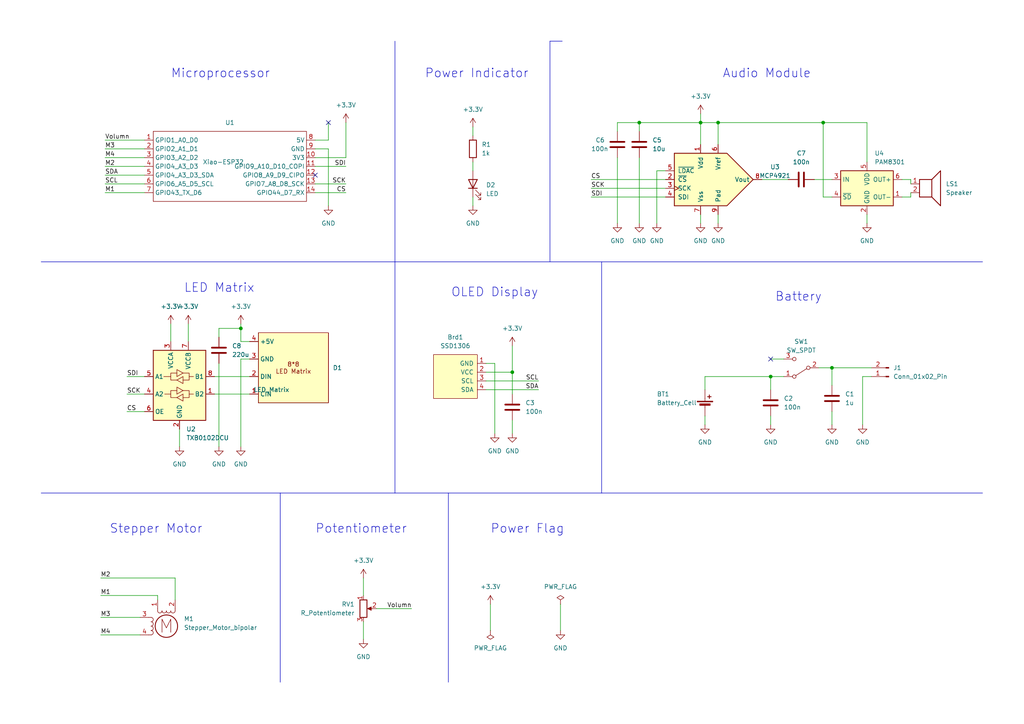
<source format=kicad_sch>
(kicad_sch (version 20230121) (generator eeschema)

  (uuid 672b6a17-686d-4fea-90cf-e1054621ca99)

  (paper "A4")

  (title_block
    (title "Display-device Demo")
    (date "2024-01-22")
    (rev "V1.0")
    (company "Wanling Yu")
  )

  (lib_symbols
    (symbol "Amplifier_Audio:PAM8301" (in_bom yes) (on_board yes)
      (property "Reference" "U" (at 6.35 8.89 0)
        (effects (font (size 1.27 1.27)))
      )
      (property "Value" "PAM8301" (at 6.35 6.35 0)
        (effects (font (size 1.27 1.27)))
      )
      (property "Footprint" "Package_TO_SOT_SMD:SOT-23-6" (at 0 0 0)
        (effects (font (size 1.27 1.27)) hide)
      )
      (property "Datasheet" "https://www.diodes.com/assets/Datasheets/PAM8301.pdf" (at 0 0 0)
        (effects (font (size 1.27 1.27)) hide)
      )
      (property "ki_keywords" "audio amplifier class d" (at 0 0 0)
        (effects (font (size 1.27 1.27)) hide)
      )
      (property "ki_description" "Filterless Class-D Mono Audio Amplifier, 1.5W, TSOT-26" (at 0 0 0)
        (effects (font (size 1.27 1.27)) hide)
      )
      (property "ki_fp_filters" "SOT?23*" (at 0 0 0)
        (effects (font (size 1.27 1.27)) hide)
      )
      (symbol "PAM8301_0_1"
        (rectangle (start -7.62 5.08) (end 7.62 -5.08)
          (stroke (width 0.254) (type default))
          (fill (type background))
        )
      )
      (symbol "PAM8301_1_1"
        (pin output line (at 10.16 -2.54 180) (length 2.54)
          (name "OUT-" (effects (font (size 1.27 1.27))))
          (number "1" (effects (font (size 1.27 1.27))))
        )
        (pin power_in line (at 0 -7.62 90) (length 2.54)
          (name "GND" (effects (font (size 1.27 1.27))))
          (number "2" (effects (font (size 1.27 1.27))))
        )
        (pin input line (at -10.16 2.54 0) (length 2.54)
          (name "IN" (effects (font (size 1.27 1.27))))
          (number "3" (effects (font (size 1.27 1.27))))
        )
        (pin input line (at -10.16 -2.54 0) (length 2.54)
          (name "~{SD}" (effects (font (size 1.27 1.27))))
          (number "4" (effects (font (size 1.27 1.27))))
        )
        (pin power_in line (at 0 7.62 270) (length 2.54)
          (name "VDD" (effects (font (size 1.27 1.27))))
          (number "5" (effects (font (size 1.27 1.27))))
        )
        (pin output line (at 10.16 2.54 180) (length 2.54)
          (name "OUT+" (effects (font (size 1.27 1.27))))
          (number "6" (effects (font (size 1.27 1.27))))
        )
      )
    )
    (symbol "Analog_DAC:MCP4921" (pin_names (offset 1.016)) (in_bom yes) (on_board yes)
      (property "Reference" "U3" (at 21.59 3.6479 0)
        (effects (font (size 1.27 1.27)))
      )
      (property "Value" "MCP4921" (at 21.59 1.1079 0)
        (effects (font (size 1.27 1.27)))
      )
      (property "Footprint" "Package_DFN_QFN:DFN-8-1EP_3x2mm_P0.5mm_EP1.3x1.5mm" (at 25.4 -2.54 0)
        (effects (font (size 1.27 1.27)) hide)
      )
      (property "Datasheet" "http://ww1.microchip.com/downloads/en/DeviceDoc/22248a.pdf" (at 25.4 -2.54 0)
        (effects (font (size 1.27 1.27)) hide)
      )
      (property "ki_keywords" "12-Bit DAC SPI 1ch" (at 0 0 0)
        (effects (font (size 1.27 1.27)) hide)
      )
      (property "ki_description" "12-Bit D/A Converters with SPI Interface" (at 0 0 0)
        (effects (font (size 1.27 1.27)) hide)
      )
      (property "ki_fp_filters" "DIP*W7.62mm* MSOP*3x3mm*P0.65mm* SOIC*3.9x4.9mm*P1.27mm*" (at 0 0 0)
        (effects (font (size 1.27 1.27)) hide)
      )
      (symbol "MCP4921_0_0"
        (polyline
          (pts
            (xy 15.24 0)
            (xy 7.62 7.62)
            (xy -7.62 7.62)
            (xy -7.62 -7.62)
            (xy 7.62 -7.62)
            (xy 15.24 0)
          )
          (stroke (width 0.254) (type default))
          (fill (type background))
        )
      )
      (symbol "MCP4921_1_1"
        (pin power_in line (at 0 10.16 270) (length 2.54)
          (name "Vdd" (effects (font (size 1.27 1.27))))
          (number "1" (effects (font (size 1.27 1.27))))
        )
        (pin input line (at -10.16 0 0) (length 2.54)
          (name "~{CS}" (effects (font (size 1.27 1.27))))
          (number "2" (effects (font (size 1.27 1.27))))
        )
        (pin input clock (at -10.16 -2.54 0) (length 2.54)
          (name "SCK" (effects (font (size 1.27 1.27))))
          (number "3" (effects (font (size 1.27 1.27))))
        )
        (pin input line (at -10.16 -5.08 0) (length 2.54)
          (name "SDI" (effects (font (size 1.27 1.27))))
          (number "4" (effects (font (size 1.27 1.27))))
        )
        (pin input line (at -10.16 2.54 0) (length 2.54)
          (name "~{LDAC}" (effects (font (size 1.27 1.27))))
          (number "5" (effects (font (size 1.27 1.27))))
        )
        (pin power_in line (at 5.08 10.16 270) (length 2.54)
          (name "Vref" (effects (font (size 1.27 1.27))))
          (number "6" (effects (font (size 1.27 1.27))))
        )
        (pin power_in line (at 0 -10.16 90) (length 2.54)
          (name "Vss" (effects (font (size 1.27 1.27))))
          (number "7" (effects (font (size 1.27 1.27))))
        )
        (pin output line (at 17.78 0 180) (length 2.54)
          (name "Vout" (effects (font (size 1.27 1.27))))
          (number "8" (effects (font (size 1.27 1.27))))
        )
        (pin power_in line (at 5.08 -10.16 90) (length 2.54)
          (name "Pad" (effects (font (size 1.27 1.27))))
          (number "9" (effects (font (size 1.27 1.27))))
        )
      )
    )
    (symbol "Connector:Conn_01x02_Pin" (pin_names (offset 1.016) hide) (in_bom yes) (on_board yes)
      (property "Reference" "J" (at 0 2.54 0)
        (effects (font (size 1.27 1.27)))
      )
      (property "Value" "Conn_01x02_Pin" (at 0 -5.08 0)
        (effects (font (size 1.27 1.27)))
      )
      (property "Footprint" "" (at 0 0 0)
        (effects (font (size 1.27 1.27)) hide)
      )
      (property "Datasheet" "~" (at 0 0 0)
        (effects (font (size 1.27 1.27)) hide)
      )
      (property "ki_locked" "" (at 0 0 0)
        (effects (font (size 1.27 1.27)))
      )
      (property "ki_keywords" "connector" (at 0 0 0)
        (effects (font (size 1.27 1.27)) hide)
      )
      (property "ki_description" "Generic connector, single row, 01x02, script generated" (at 0 0 0)
        (effects (font (size 1.27 1.27)) hide)
      )
      (property "ki_fp_filters" "Connector*:*_1x??_*" (at 0 0 0)
        (effects (font (size 1.27 1.27)) hide)
      )
      (symbol "Conn_01x02_Pin_1_1"
        (polyline
          (pts
            (xy 1.27 -2.54)
            (xy 0.8636 -2.54)
          )
          (stroke (width 0.1524) (type default))
          (fill (type none))
        )
        (polyline
          (pts
            (xy 1.27 0)
            (xy 0.8636 0)
          )
          (stroke (width 0.1524) (type default))
          (fill (type none))
        )
        (rectangle (start 0.8636 -2.413) (end 0 -2.667)
          (stroke (width 0.1524) (type default))
          (fill (type outline))
        )
        (rectangle (start 0.8636 0.127) (end 0 -0.127)
          (stroke (width 0.1524) (type default))
          (fill (type outline))
        )
        (pin passive line (at 5.08 0 180) (length 3.81)
          (name "Pin_1" (effects (font (size 1.27 1.27))))
          (number "1" (effects (font (size 1.27 1.27))))
        )
        (pin passive line (at 5.08 -2.54 180) (length 3.81)
          (name "Pin_2" (effects (font (size 1.27 1.27))))
          (number "2" (effects (font (size 1.27 1.27))))
        )
      )
    )
    (symbol "Device:Battery_Cell" (pin_numbers hide) (pin_names (offset 0) hide) (in_bom yes) (on_board yes)
      (property "Reference" "BT" (at 2.54 2.54 0)
        (effects (font (size 1.27 1.27)) (justify left))
      )
      (property "Value" "Battery_Cell" (at 2.54 0 0)
        (effects (font (size 1.27 1.27)) (justify left))
      )
      (property "Footprint" "" (at 0 1.524 90)
        (effects (font (size 1.27 1.27)) hide)
      )
      (property "Datasheet" "~" (at 0 1.524 90)
        (effects (font (size 1.27 1.27)) hide)
      )
      (property "ki_keywords" "battery cell" (at 0 0 0)
        (effects (font (size 1.27 1.27)) hide)
      )
      (property "ki_description" "Single-cell battery" (at 0 0 0)
        (effects (font (size 1.27 1.27)) hide)
      )
      (symbol "Battery_Cell_0_1"
        (rectangle (start -2.286 1.778) (end 2.286 1.524)
          (stroke (width 0) (type default))
          (fill (type outline))
        )
        (rectangle (start -1.524 1.016) (end 1.524 0.508)
          (stroke (width 0) (type default))
          (fill (type outline))
        )
        (polyline
          (pts
            (xy 0 0.762)
            (xy 0 0)
          )
          (stroke (width 0) (type default))
          (fill (type none))
        )
        (polyline
          (pts
            (xy 0 1.778)
            (xy 0 2.54)
          )
          (stroke (width 0) (type default))
          (fill (type none))
        )
        (polyline
          (pts
            (xy 0.762 3.048)
            (xy 1.778 3.048)
          )
          (stroke (width 0.254) (type default))
          (fill (type none))
        )
        (polyline
          (pts
            (xy 1.27 3.556)
            (xy 1.27 2.54)
          )
          (stroke (width 0.254) (type default))
          (fill (type none))
        )
      )
      (symbol "Battery_Cell_1_1"
        (pin passive line (at 0 5.08 270) (length 2.54)
          (name "+" (effects (font (size 1.27 1.27))))
          (number "1" (effects (font (size 1.27 1.27))))
        )
        (pin passive line (at 0 -2.54 90) (length 2.54)
          (name "-" (effects (font (size 1.27 1.27))))
          (number "2" (effects (font (size 1.27 1.27))))
        )
      )
    )
    (symbol "Device:C" (pin_numbers hide) (pin_names (offset 0.254)) (in_bom yes) (on_board yes)
      (property "Reference" "C" (at 0.635 2.54 0)
        (effects (font (size 1.27 1.27)) (justify left))
      )
      (property "Value" "C" (at 0.635 -2.54 0)
        (effects (font (size 1.27 1.27)) (justify left))
      )
      (property "Footprint" "" (at 0.9652 -3.81 0)
        (effects (font (size 1.27 1.27)) hide)
      )
      (property "Datasheet" "~" (at 0 0 0)
        (effects (font (size 1.27 1.27)) hide)
      )
      (property "ki_keywords" "cap capacitor" (at 0 0 0)
        (effects (font (size 1.27 1.27)) hide)
      )
      (property "ki_description" "Unpolarized capacitor" (at 0 0 0)
        (effects (font (size 1.27 1.27)) hide)
      )
      (property "ki_fp_filters" "C_*" (at 0 0 0)
        (effects (font (size 1.27 1.27)) hide)
      )
      (symbol "C_0_1"
        (polyline
          (pts
            (xy -2.032 -0.762)
            (xy 2.032 -0.762)
          )
          (stroke (width 0.508) (type default))
          (fill (type none))
        )
        (polyline
          (pts
            (xy -2.032 0.762)
            (xy 2.032 0.762)
          )
          (stroke (width 0.508) (type default))
          (fill (type none))
        )
      )
      (symbol "C_1_1"
        (pin passive line (at 0 3.81 270) (length 2.794)
          (name "~" (effects (font (size 1.27 1.27))))
          (number "1" (effects (font (size 1.27 1.27))))
        )
        (pin passive line (at 0 -3.81 90) (length 2.794)
          (name "~" (effects (font (size 1.27 1.27))))
          (number "2" (effects (font (size 1.27 1.27))))
        )
      )
    )
    (symbol "Device:LED" (pin_numbers hide) (pin_names (offset 1.016) hide) (in_bom yes) (on_board yes)
      (property "Reference" "D" (at 0 2.54 0)
        (effects (font (size 1.27 1.27)))
      )
      (property "Value" "LED" (at 0 -2.54 0)
        (effects (font (size 1.27 1.27)))
      )
      (property "Footprint" "" (at 0 0 0)
        (effects (font (size 1.27 1.27)) hide)
      )
      (property "Datasheet" "~" (at 0 0 0)
        (effects (font (size 1.27 1.27)) hide)
      )
      (property "ki_keywords" "LED diode" (at 0 0 0)
        (effects (font (size 1.27 1.27)) hide)
      )
      (property "ki_description" "Light emitting diode" (at 0 0 0)
        (effects (font (size 1.27 1.27)) hide)
      )
      (property "ki_fp_filters" "LED* LED_SMD:* LED_THT:*" (at 0 0 0)
        (effects (font (size 1.27 1.27)) hide)
      )
      (symbol "LED_0_1"
        (polyline
          (pts
            (xy -1.27 -1.27)
            (xy -1.27 1.27)
          )
          (stroke (width 0.254) (type default))
          (fill (type none))
        )
        (polyline
          (pts
            (xy -1.27 0)
            (xy 1.27 0)
          )
          (stroke (width 0) (type default))
          (fill (type none))
        )
        (polyline
          (pts
            (xy 1.27 -1.27)
            (xy 1.27 1.27)
            (xy -1.27 0)
            (xy 1.27 -1.27)
          )
          (stroke (width 0.254) (type default))
          (fill (type none))
        )
        (polyline
          (pts
            (xy -3.048 -0.762)
            (xy -4.572 -2.286)
            (xy -3.81 -2.286)
            (xy -4.572 -2.286)
            (xy -4.572 -1.524)
          )
          (stroke (width 0) (type default))
          (fill (type none))
        )
        (polyline
          (pts
            (xy -1.778 -0.762)
            (xy -3.302 -2.286)
            (xy -2.54 -2.286)
            (xy -3.302 -2.286)
            (xy -3.302 -1.524)
          )
          (stroke (width 0) (type default))
          (fill (type none))
        )
      )
      (symbol "LED_1_1"
        (pin passive line (at -3.81 0 0) (length 2.54)
          (name "K" (effects (font (size 1.27 1.27))))
          (number "1" (effects (font (size 1.27 1.27))))
        )
        (pin passive line (at 3.81 0 180) (length 2.54)
          (name "A" (effects (font (size 1.27 1.27))))
          (number "2" (effects (font (size 1.27 1.27))))
        )
      )
    )
    (symbol "Device:R" (pin_numbers hide) (pin_names (offset 0)) (in_bom yes) (on_board yes)
      (property "Reference" "R" (at 2.032 0 90)
        (effects (font (size 1.27 1.27)))
      )
      (property "Value" "R" (at 0 0 90)
        (effects (font (size 1.27 1.27)))
      )
      (property "Footprint" "" (at -1.778 0 90)
        (effects (font (size 1.27 1.27)) hide)
      )
      (property "Datasheet" "~" (at 0 0 0)
        (effects (font (size 1.27 1.27)) hide)
      )
      (property "ki_keywords" "R res resistor" (at 0 0 0)
        (effects (font (size 1.27 1.27)) hide)
      )
      (property "ki_description" "Resistor" (at 0 0 0)
        (effects (font (size 1.27 1.27)) hide)
      )
      (property "ki_fp_filters" "R_*" (at 0 0 0)
        (effects (font (size 1.27 1.27)) hide)
      )
      (symbol "R_0_1"
        (rectangle (start -1.016 -2.54) (end 1.016 2.54)
          (stroke (width 0.254) (type default))
          (fill (type none))
        )
      )
      (symbol "R_1_1"
        (pin passive line (at 0 3.81 270) (length 1.27)
          (name "~" (effects (font (size 1.27 1.27))))
          (number "1" (effects (font (size 1.27 1.27))))
        )
        (pin passive line (at 0 -3.81 90) (length 1.27)
          (name "~" (effects (font (size 1.27 1.27))))
          (number "2" (effects (font (size 1.27 1.27))))
        )
      )
    )
    (symbol "Device:R_Potentiometer" (pin_names (offset 1.016) hide) (in_bom yes) (on_board yes)
      (property "Reference" "RV" (at -4.445 0 90)
        (effects (font (size 1.27 1.27)))
      )
      (property "Value" "R_Potentiometer" (at -2.54 0 90)
        (effects (font (size 1.27 1.27)))
      )
      (property "Footprint" "" (at 0 0 0)
        (effects (font (size 1.27 1.27)) hide)
      )
      (property "Datasheet" "~" (at 0 0 0)
        (effects (font (size 1.27 1.27)) hide)
      )
      (property "ki_keywords" "resistor variable" (at 0 0 0)
        (effects (font (size 1.27 1.27)) hide)
      )
      (property "ki_description" "Potentiometer" (at 0 0 0)
        (effects (font (size 1.27 1.27)) hide)
      )
      (property "ki_fp_filters" "Potentiometer*" (at 0 0 0)
        (effects (font (size 1.27 1.27)) hide)
      )
      (symbol "R_Potentiometer_0_1"
        (polyline
          (pts
            (xy 2.54 0)
            (xy 1.524 0)
          )
          (stroke (width 0) (type default))
          (fill (type none))
        )
        (polyline
          (pts
            (xy 1.143 0)
            (xy 2.286 0.508)
            (xy 2.286 -0.508)
            (xy 1.143 0)
          )
          (stroke (width 0) (type default))
          (fill (type outline))
        )
        (rectangle (start 1.016 2.54) (end -1.016 -2.54)
          (stroke (width 0.254) (type default))
          (fill (type none))
        )
      )
      (symbol "R_Potentiometer_1_1"
        (pin passive line (at 0 3.81 270) (length 1.27)
          (name "1" (effects (font (size 1.27 1.27))))
          (number "1" (effects (font (size 1.27 1.27))))
        )
        (pin passive line (at 3.81 0 180) (length 1.27)
          (name "2" (effects (font (size 1.27 1.27))))
          (number "2" (effects (font (size 1.27 1.27))))
        )
        (pin passive line (at 0 -3.81 90) (length 1.27)
          (name "3" (effects (font (size 1.27 1.27))))
          (number "3" (effects (font (size 1.27 1.27))))
        )
      )
    )
    (symbol "Device:Speaker" (pin_names (offset 0) hide) (in_bom yes) (on_board yes)
      (property "Reference" "LS" (at 1.27 5.715 0)
        (effects (font (size 1.27 1.27)) (justify right))
      )
      (property "Value" "Speaker" (at 1.27 3.81 0)
        (effects (font (size 1.27 1.27)) (justify right))
      )
      (property "Footprint" "" (at 0 -5.08 0)
        (effects (font (size 1.27 1.27)) hide)
      )
      (property "Datasheet" "~" (at -0.254 -1.27 0)
        (effects (font (size 1.27 1.27)) hide)
      )
      (property "ki_keywords" "speaker sound" (at 0 0 0)
        (effects (font (size 1.27 1.27)) hide)
      )
      (property "ki_description" "Speaker" (at 0 0 0)
        (effects (font (size 1.27 1.27)) hide)
      )
      (symbol "Speaker_0_0"
        (rectangle (start -2.54 1.27) (end 1.016 -3.81)
          (stroke (width 0.254) (type default))
          (fill (type none))
        )
        (polyline
          (pts
            (xy 1.016 1.27)
            (xy 3.556 3.81)
            (xy 3.556 -6.35)
            (xy 1.016 -3.81)
          )
          (stroke (width 0.254) (type default))
          (fill (type none))
        )
      )
      (symbol "Speaker_1_1"
        (pin input line (at -5.08 0 0) (length 2.54)
          (name "1" (effects (font (size 1.27 1.27))))
          (number "1" (effects (font (size 1.27 1.27))))
        )
        (pin input line (at -5.08 -2.54 0) (length 2.54)
          (name "2" (effects (font (size 1.27 1.27))))
          (number "2" (effects (font (size 1.27 1.27))))
        )
      )
    )
    (symbol "Dotstar8x8:DotStar" (in_bom yes) (on_board yes)
      (property "Reference" "D1" (at -17.78 -6.35 0)
        (effects (font (size 1.27 1.27)) (justify right))
      )
      (property "Value" "~" (at 0 0 0)
        (effects (font (size 1.27 1.27)))
      )
      (property "Footprint" "Connector_PinSocket_2.54mm:PinSocket_1x04_P2.54mm_Vertical" (at 0 0 0)
        (effects (font (size 1.27 1.27)) hide)
      )
      (property "Datasheet" "" (at 0 0 0)
        (effects (font (size 1.27 1.27)) hide)
      )
      (symbol "DotStar_0_1"
        (rectangle (start -16.51 3.81) (end 3.81 -16.51)
          (stroke (width 0) (type default))
          (fill (type none))
        )
      )
      (symbol "DotStar_1_1"
        (rectangle (start -16.51 3.81) (end 3.81 -16.51)
          (stroke (width 0) (type default))
          (fill (type background))
        )
        (text "8*8\nLED Matrix" (at -6.35 -6.35 0)
          (effects (font (size 1.27 1.27)))
        )
        (pin input line (at 6.35 1.27 180) (length 2.54)
          (name "CIN" (effects (font (size 1.27 1.27))))
          (number "1" (effects (font (size 1.27 1.27))))
        )
        (pin input line (at 6.35 -3.81 180) (length 2.54)
          (name "DIN" (effects (font (size 1.27 1.27))))
          (number "2" (effects (font (size 1.27 1.27))))
        )
        (pin passive line (at 6.35 -8.89 180) (length 2.54)
          (name "GND" (effects (font (size 1.27 1.27))))
          (number "3" (effects (font (size 1.27 1.27))))
        )
        (pin power_in line (at 6.35 -13.97 180) (length 2.54)
          (name "+5V" (effects (font (size 1.27 1.27))))
          (number "4" (effects (font (size 1.27 1.27))))
        )
      )
    )
    (symbol "ESP32:XIAO_ESP32_SENSE" (in_bom yes) (on_board yes)
      (property "Reference" "U" (at 0 0 0)
        (effects (font (size 1.27 1.27)))
      )
      (property "Value" "" (at 0 0 0)
        (effects (font (size 1.27 1.27)))
      )
      (property "Footprint" "" (at 0 0 0)
        (effects (font (size 1.27 1.27)) hide)
      )
      (property "Datasheet" "" (at 0 0 0)
        (effects (font (size 1.27 1.27)) hide)
      )
      (symbol "XIAO_ESP32_SENSE_0_1"
        (polyline
          (pts
            (xy -20.32 8.89)
            (xy -20.32 -11.43)
            (xy 24.13 -11.43)
            (xy 24.13 8.89)
            (xy -20.32 8.89)
          )
          (stroke (width 0) (type default))
          (fill (type none))
        )
      )
      (symbol "XIAO_ESP32_SENSE_1_1"
        (pin bidirectional line (at -22.86 6.35 0) (length 2.54)
          (name "GPIO1_A0_D0" (effects (font (size 1.27 1.27))))
          (number "1" (effects (font (size 1.27 1.27))))
        )
        (pin bidirectional line (at 26.67 1.27 180) (length 2.54)
          (name "3V3" (effects (font (size 1.27 1.27))))
          (number "10" (effects (font (size 1.27 1.27))))
        )
        (pin bidirectional line (at 26.67 -1.27 180) (length 2.54)
          (name "GPIO9_A10_D10_COPI" (effects (font (size 1.27 1.27))))
          (number "11" (effects (font (size 1.27 1.27))))
        )
        (pin bidirectional line (at 26.67 -3.81 180) (length 2.54)
          (name "GPIO8_A9_D9_CIPO" (effects (font (size 1.27 1.27))))
          (number "12" (effects (font (size 1.27 1.27))))
        )
        (pin bidirectional line (at 26.67 -6.35 180) (length 2.54)
          (name "GPIO7_A8_D8_SCK" (effects (font (size 1.27 1.27))))
          (number "13" (effects (font (size 1.27 1.27))))
        )
        (pin bidirectional line (at 26.67 -8.89 180) (length 2.54)
          (name "GPIO44_D7_RX" (effects (font (size 1.27 1.27))))
          (number "14" (effects (font (size 1.27 1.27))))
        )
        (pin bidirectional line (at -22.86 3.81 0) (length 2.54)
          (name "GPIO2_A1_D1" (effects (font (size 1.27 1.27))))
          (number "2" (effects (font (size 1.27 1.27))))
        )
        (pin bidirectional line (at -22.86 1.27 0) (length 2.54)
          (name "GPIO3_A2_D2" (effects (font (size 1.27 1.27))))
          (number "3" (effects (font (size 1.27 1.27))))
        )
        (pin bidirectional line (at -22.86 -1.27 0) (length 2.54)
          (name "GPIO4_A3_D3" (effects (font (size 1.27 1.27))))
          (number "4" (effects (font (size 1.27 1.27))))
        )
        (pin bidirectional line (at -22.86 -3.81 0) (length 2.54)
          (name "GPIO4_A3_D3_SDA" (effects (font (size 1.27 1.27))))
          (number "5" (effects (font (size 1.27 1.27))))
        )
        (pin bidirectional line (at -22.86 -6.35 0) (length 2.54)
          (name "GPIO6_A5_D5_SCL" (effects (font (size 1.27 1.27))))
          (number "6" (effects (font (size 1.27 1.27))))
        )
        (pin bidirectional line (at -22.86 -8.89 0) (length 2.54)
          (name "GPIO43_TX_D6" (effects (font (size 1.27 1.27))))
          (number "7" (effects (font (size 1.27 1.27))))
        )
        (pin bidirectional line (at 26.67 6.35 180) (length 2.54)
          (name "5V" (effects (font (size 1.27 1.27))))
          (number "8" (effects (font (size 1.27 1.27))))
        )
        (pin bidirectional line (at 26.67 3.81 180) (length 2.54)
          (name "GND" (effects (font (size 1.27 1.27))))
          (number "9" (effects (font (size 1.27 1.27))))
        )
      )
    )
    (symbol "Logic_LevelTranslator:TXB0102DCU" (in_bom yes) (on_board yes)
      (property "Reference" "U" (at -6.35 11.43 0)
        (effects (font (size 1.27 1.27)))
      )
      (property "Value" "TXB0102DCU" (at 3.81 11.43 0)
        (effects (font (size 1.27 1.27)) (justify left))
      )
      (property "Footprint" "Package_SO:VSSOP-8_2.4x2.1mm_P0.5mm" (at 0 -13.97 0)
        (effects (font (size 1.27 1.27)) hide)
      )
      (property "Datasheet" "http://www.ti.com/lit/ds/symlink/txb0102.pdf" (at 0 -0.762 0)
        (effects (font (size 1.27 1.27)) hide)
      )
      (property "ki_keywords" "Level-Shifter CMOS-TTL-Translation" (at 0 0 0)
        (effects (font (size 1.27 1.27)) hide)
      )
      (property "ki_description" "2-Bit Bidirectional Voltage-Level Translator in VSSOP Package With Auto Direction Sensing and ±15-kV ESD Protection" (at 0 0 0)
        (effects (font (size 1.27 1.27)) hide)
      )
      (property "ki_fp_filters" "VSSOP*P0.5mm*" (at 0 0 0)
        (effects (font (size 1.27 1.27)) hide)
      )
      (symbol "TXB0102DCU_0_1"
        (rectangle (start -7.62 10.16) (end 7.62 -10.16)
          (stroke (width 0.254) (type default))
          (fill (type background))
        )
        (polyline
          (pts
            (xy -2.54 -2.54)
            (xy -2.54 -1.524)
            (xy -0.762 -1.524)
          )
          (stroke (width 0) (type default))
          (fill (type none))
        )
        (polyline
          (pts
            (xy -2.54 2.54)
            (xy -2.54 3.556)
            (xy -0.762 3.556)
          )
          (stroke (width 0) (type default))
          (fill (type none))
        )
        (polyline
          (pts
            (xy 2.794 -2.54)
            (xy 2.794 -3.556)
            (xy 1.016 -3.556)
          )
          (stroke (width 0) (type default))
          (fill (type none))
        )
        (polyline
          (pts
            (xy 2.794 2.54)
            (xy 2.794 1.524)
            (xy 1.016 1.524)
          )
          (stroke (width 0) (type default))
          (fill (type none))
        )
        (polyline
          (pts
            (xy -0.762 -3.556)
            (xy -2.54 -3.556)
            (xy -2.54 -2.54)
            (xy -4.318 -2.54)
          )
          (stroke (width 0) (type default))
          (fill (type none))
        )
        (polyline
          (pts
            (xy -0.762 -2.54)
            (xy -0.762 -0.508)
            (xy 1.016 -1.524)
            (xy -0.762 -2.54)
          )
          (stroke (width 0) (type default))
          (fill (type none))
        )
        (polyline
          (pts
            (xy -0.762 1.524)
            (xy -2.54 1.524)
            (xy -2.54 2.54)
            (xy -4.572 2.54)
          )
          (stroke (width 0) (type default))
          (fill (type none))
        )
        (polyline
          (pts
            (xy -0.762 2.54)
            (xy -0.762 4.572)
            (xy 1.016 3.556)
            (xy -0.762 2.54)
          )
          (stroke (width 0) (type default))
          (fill (type none))
        )
        (polyline
          (pts
            (xy 1.016 -2.54)
            (xy 1.016 -4.572)
            (xy -0.762 -3.556)
            (xy 1.016 -2.54)
          )
          (stroke (width 0) (type default))
          (fill (type none))
        )
        (polyline
          (pts
            (xy 1.016 -1.524)
            (xy 2.794 -1.524)
            (xy 2.794 -2.54)
            (xy 4.064 -2.54)
          )
          (stroke (width 0) (type default))
          (fill (type none))
        )
        (polyline
          (pts
            (xy 1.016 3.556)
            (xy 2.794 3.556)
            (xy 2.794 2.54)
            (xy 4.064 2.54)
          )
          (stroke (width 0) (type default))
          (fill (type none))
        )
        (polyline
          (pts
            (xy 1.016 2.54)
            (xy 1.016 0.762)
            (xy 1.016 0.508)
            (xy -0.762 1.524)
            (xy 1.016 2.54)
          )
          (stroke (width 0) (type default))
          (fill (type none))
        )
      )
      (symbol "TXB0102DCU_1_1"
        (pin bidirectional line (at 10.16 -2.54 180) (length 2.54)
          (name "B2" (effects (font (size 1.27 1.27))))
          (number "1" (effects (font (size 1.27 1.27))))
        )
        (pin power_in line (at 0 -12.7 90) (length 2.54)
          (name "GND" (effects (font (size 1.27 1.27))))
          (number "2" (effects (font (size 1.27 1.27))))
        )
        (pin power_in line (at -2.54 12.7 270) (length 2.54)
          (name "VCCA" (effects (font (size 1.27 1.27))))
          (number "3" (effects (font (size 1.27 1.27))))
        )
        (pin bidirectional line (at -10.16 -2.54 0) (length 2.54)
          (name "A2" (effects (font (size 1.27 1.27))))
          (number "4" (effects (font (size 1.27 1.27))))
        )
        (pin bidirectional line (at -10.16 2.54 0) (length 2.54)
          (name "A1" (effects (font (size 1.27 1.27))))
          (number "5" (effects (font (size 1.27 1.27))))
        )
        (pin input line (at -10.16 -7.62 0) (length 2.54)
          (name "OE" (effects (font (size 1.27 1.27))))
          (number "6" (effects (font (size 1.27 1.27))))
        )
        (pin power_in line (at 2.54 12.7 270) (length 2.54)
          (name "VCCB" (effects (font (size 1.27 1.27))))
          (number "7" (effects (font (size 1.27 1.27))))
        )
        (pin bidirectional line (at 10.16 2.54 180) (length 2.54)
          (name "B1" (effects (font (size 1.27 1.27))))
          (number "8" (effects (font (size 1.27 1.27))))
        )
      )
    )
    (symbol "Motor:Stepper_Motor_bipolar" (pin_names (offset 0) hide) (in_bom yes) (on_board yes)
      (property "Reference" "M" (at 3.81 2.54 0)
        (effects (font (size 1.27 1.27)) (justify left))
      )
      (property "Value" "Stepper_Motor_bipolar" (at 3.81 1.27 0)
        (effects (font (size 1.27 1.27)) (justify left top))
      )
      (property "Footprint" "" (at 0.254 -0.254 0)
        (effects (font (size 1.27 1.27)) hide)
      )
      (property "Datasheet" "http://www.infineon.com/dgdl/Application-Note-TLE8110EE_driving_UniPolarStepperMotor_V1.1.pdf?fileId=db3a30431be39b97011be5d0aa0a00b0" (at 0.254 -0.254 0)
        (effects (font (size 1.27 1.27)) hide)
      )
      (property "ki_keywords" "bipolar stepper motor" (at 0 0 0)
        (effects (font (size 1.27 1.27)) hide)
      )
      (property "ki_description" "4-wire bipolar stepper motor" (at 0 0 0)
        (effects (font (size 1.27 1.27)) hide)
      )
      (property "ki_fp_filters" "PinHeader*P2.54mm*Vertical* TerminalBlock* Motor*" (at 0 0 0)
        (effects (font (size 1.27 1.27)) hide)
      )
      (symbol "Stepper_Motor_bipolar_0_0"
        (polyline
          (pts
            (xy -1.27 -1.778)
            (xy -1.27 2.032)
            (xy 0 -0.508)
            (xy 1.27 2.032)
            (xy 1.27 -1.778)
          )
          (stroke (width 0) (type default))
          (fill (type none))
        )
      )
      (symbol "Stepper_Motor_bipolar_0_1"
        (arc (start -4.445 -2.54) (mid -3.8127 -1.905) (end -4.445 -1.27)
          (stroke (width 0) (type default))
          (fill (type none))
        )
        (arc (start -4.445 -1.27) (mid -3.8127 -0.635) (end -4.445 0)
          (stroke (width 0) (type default))
          (fill (type none))
        )
        (arc (start -4.445 0) (mid -3.8127 0.635) (end -4.445 1.27)
          (stroke (width 0) (type default))
          (fill (type none))
        )
        (arc (start -4.445 1.27) (mid -3.8127 1.905) (end -4.445 2.54)
          (stroke (width 0) (type default))
          (fill (type none))
        )
        (arc (start -2.54 4.445) (mid -1.905 3.8127) (end -1.27 4.445)
          (stroke (width 0) (type default))
          (fill (type none))
        )
        (arc (start -1.27 4.445) (mid -0.635 3.8127) (end 0 4.445)
          (stroke (width 0) (type default))
          (fill (type none))
        )
        (polyline
          (pts
            (xy -5.08 -2.54)
            (xy -4.445 -2.54)
          )
          (stroke (width 0) (type default))
          (fill (type none))
        )
        (polyline
          (pts
            (xy -5.08 2.54)
            (xy -4.445 2.54)
          )
          (stroke (width 0) (type default))
          (fill (type none))
        )
        (polyline
          (pts
            (xy -2.54 5.08)
            (xy -2.54 4.445)
          )
          (stroke (width 0) (type default))
          (fill (type none))
        )
        (polyline
          (pts
            (xy 2.54 5.08)
            (xy 2.54 4.445)
          )
          (stroke (width 0) (type default))
          (fill (type none))
        )
        (circle (center 0 0) (radius 3.2512)
          (stroke (width 0.254) (type default))
          (fill (type none))
        )
        (arc (start 0 4.445) (mid 0.635 3.8127) (end 1.27 4.445)
          (stroke (width 0) (type default))
          (fill (type none))
        )
        (arc (start 1.27 4.445) (mid 1.905 3.8127) (end 2.54 4.445)
          (stroke (width 0) (type default))
          (fill (type none))
        )
      )
      (symbol "Stepper_Motor_bipolar_1_1"
        (pin passive line (at -2.54 7.62 270) (length 2.54)
          (name "~" (effects (font (size 1.27 1.27))))
          (number "1" (effects (font (size 1.27 1.27))))
        )
        (pin passive line (at 2.54 7.62 270) (length 2.54)
          (name "-" (effects (font (size 1.27 1.27))))
          (number "2" (effects (font (size 1.27 1.27))))
        )
        (pin passive line (at -7.62 2.54 0) (length 2.54)
          (name "~" (effects (font (size 1.27 1.27))))
          (number "3" (effects (font (size 1.27 1.27))))
        )
        (pin passive line (at -7.62 -2.54 0) (length 2.54)
          (name "~" (effects (font (size 1.27 1.27))))
          (number "4" (effects (font (size 1.27 1.27))))
        )
      )
    )
    (symbol "Switch:SW_SPDT" (pin_names (offset 0) hide) (in_bom yes) (on_board yes)
      (property "Reference" "SW" (at 0 4.318 0)
        (effects (font (size 1.27 1.27)))
      )
      (property "Value" "SW_SPDT" (at 0 -5.08 0)
        (effects (font (size 1.27 1.27)))
      )
      (property "Footprint" "" (at 0 0 0)
        (effects (font (size 1.27 1.27)) hide)
      )
      (property "Datasheet" "~" (at 0 0 0)
        (effects (font (size 1.27 1.27)) hide)
      )
      (property "ki_keywords" "switch single-pole double-throw spdt ON-ON" (at 0 0 0)
        (effects (font (size 1.27 1.27)) hide)
      )
      (property "ki_description" "Switch, single pole double throw" (at 0 0 0)
        (effects (font (size 1.27 1.27)) hide)
      )
      (symbol "SW_SPDT_0_0"
        (circle (center -2.032 0) (radius 0.508)
          (stroke (width 0) (type default))
          (fill (type none))
        )
        (circle (center 2.032 -2.54) (radius 0.508)
          (stroke (width 0) (type default))
          (fill (type none))
        )
      )
      (symbol "SW_SPDT_0_1"
        (polyline
          (pts
            (xy -1.524 0.254)
            (xy 1.651 2.286)
          )
          (stroke (width 0) (type default))
          (fill (type none))
        )
        (circle (center 2.032 2.54) (radius 0.508)
          (stroke (width 0) (type default))
          (fill (type none))
        )
      )
      (symbol "SW_SPDT_1_1"
        (pin passive line (at 5.08 2.54 180) (length 2.54)
          (name "A" (effects (font (size 1.27 1.27))))
          (number "1" (effects (font (size 1.27 1.27))))
        )
        (pin passive line (at -5.08 0 0) (length 2.54)
          (name "B" (effects (font (size 1.27 1.27))))
          (number "2" (effects (font (size 1.27 1.27))))
        )
        (pin passive line (at 5.08 -2.54 180) (length 2.54)
          (name "C" (effects (font (size 1.27 1.27))))
          (number "3" (effects (font (size 1.27 1.27))))
        )
      )
    )
    (symbol "power:+3.3V" (power) (pin_names (offset 0)) (in_bom yes) (on_board yes)
      (property "Reference" "#PWR" (at 0 -3.81 0)
        (effects (font (size 1.27 1.27)) hide)
      )
      (property "Value" "+3.3V" (at 0 3.556 0)
        (effects (font (size 1.27 1.27)))
      )
      (property "Footprint" "" (at 0 0 0)
        (effects (font (size 1.27 1.27)) hide)
      )
      (property "Datasheet" "" (at 0 0 0)
        (effects (font (size 1.27 1.27)) hide)
      )
      (property "ki_keywords" "global power" (at 0 0 0)
        (effects (font (size 1.27 1.27)) hide)
      )
      (property "ki_description" "Power symbol creates a global label with name \"+3.3V\"" (at 0 0 0)
        (effects (font (size 1.27 1.27)) hide)
      )
      (symbol "+3.3V_0_1"
        (polyline
          (pts
            (xy -0.762 1.27)
            (xy 0 2.54)
          )
          (stroke (width 0) (type default))
          (fill (type none))
        )
        (polyline
          (pts
            (xy 0 0)
            (xy 0 2.54)
          )
          (stroke (width 0) (type default))
          (fill (type none))
        )
        (polyline
          (pts
            (xy 0 2.54)
            (xy 0.762 1.27)
          )
          (stroke (width 0) (type default))
          (fill (type none))
        )
      )
      (symbol "+3.3V_1_1"
        (pin power_in line (at 0 0 90) (length 0) hide
          (name "+3.3V" (effects (font (size 1.27 1.27))))
          (number "1" (effects (font (size 1.27 1.27))))
        )
      )
    )
    (symbol "power:GND" (power) (pin_names (offset 0)) (in_bom yes) (on_board yes)
      (property "Reference" "#PWR" (at 0 -6.35 0)
        (effects (font (size 1.27 1.27)) hide)
      )
      (property "Value" "GND" (at 0 -3.81 0)
        (effects (font (size 1.27 1.27)))
      )
      (property "Footprint" "" (at 0 0 0)
        (effects (font (size 1.27 1.27)) hide)
      )
      (property "Datasheet" "" (at 0 0 0)
        (effects (font (size 1.27 1.27)) hide)
      )
      (property "ki_keywords" "global power" (at 0 0 0)
        (effects (font (size 1.27 1.27)) hide)
      )
      (property "ki_description" "Power symbol creates a global label with name \"GND\" , ground" (at 0 0 0)
        (effects (font (size 1.27 1.27)) hide)
      )
      (symbol "GND_0_1"
        (polyline
          (pts
            (xy 0 0)
            (xy 0 -1.27)
            (xy 1.27 -1.27)
            (xy 0 -2.54)
            (xy -1.27 -1.27)
            (xy 0 -1.27)
          )
          (stroke (width 0) (type default))
          (fill (type none))
        )
      )
      (symbol "GND_1_1"
        (pin power_in line (at 0 0 270) (length 0) hide
          (name "GND" (effects (font (size 1.27 1.27))))
          (number "1" (effects (font (size 1.27 1.27))))
        )
      )
    )
    (symbol "power:PWR_FLAG" (power) (pin_numbers hide) (pin_names (offset 0) hide) (in_bom yes) (on_board yes)
      (property "Reference" "#FLG" (at 0 1.905 0)
        (effects (font (size 1.27 1.27)) hide)
      )
      (property "Value" "PWR_FLAG" (at 0 3.81 0)
        (effects (font (size 1.27 1.27)))
      )
      (property "Footprint" "" (at 0 0 0)
        (effects (font (size 1.27 1.27)) hide)
      )
      (property "Datasheet" "~" (at 0 0 0)
        (effects (font (size 1.27 1.27)) hide)
      )
      (property "ki_keywords" "flag power" (at 0 0 0)
        (effects (font (size 1.27 1.27)) hide)
      )
      (property "ki_description" "Special symbol for telling ERC where power comes from" (at 0 0 0)
        (effects (font (size 1.27 1.27)) hide)
      )
      (symbol "PWR_FLAG_0_0"
        (pin power_out line (at 0 0 90) (length 0)
          (name "pwr" (effects (font (size 1.27 1.27))))
          (number "1" (effects (font (size 1.27 1.27))))
        )
      )
      (symbol "PWR_FLAG_0_1"
        (polyline
          (pts
            (xy 0 0)
            (xy 0 1.27)
            (xy -1.016 1.905)
            (xy 0 2.54)
            (xy 1.016 1.905)
            (xy 0 1.27)
          )
          (stroke (width 0) (type default))
          (fill (type none))
        )
      )
    )
    (symbol "ssd1306:SSD1306" (pin_names (offset 1.016)) (in_bom yes) (on_board yes)
      (property "Reference" "Brd" (at 0 -3.81 0)
        (effects (font (size 1.27 1.27)))
      )
      (property "Value" "SSD1306" (at 0 -1.27 0)
        (effects (font (size 1.27 1.27)))
      )
      (property "Footprint" "" (at 0 6.35 0)
        (effects (font (size 1.27 1.27)) hide)
      )
      (property "Datasheet" "" (at 0 6.35 0)
        (effects (font (size 1.27 1.27)) hide)
      )
      (property "ki_keywords" "SSD1306" (at 0 0 0)
        (effects (font (size 1.27 1.27)) hide)
      )
      (property "ki_description" "SSD1306 OLED" (at 0 0 0)
        (effects (font (size 1.27 1.27)) hide)
      )
      (property "ki_fp_filters" "SSD1306-128x64_OLED:SSD1306" (at 0 0 0)
        (effects (font (size 1.27 1.27)) hide)
      )
      (symbol "SSD1306_0_1"
        (rectangle (start -6.35 6.35) (end 6.35 -6.35)
          (stroke (width 0) (type solid))
          (fill (type background))
        )
      )
      (symbol "SSD1306_1_1"
        (pin input line (at -3.81 8.89 270) (length 2.54)
          (name "GND" (effects (font (size 1.27 1.27))))
          (number "1" (effects (font (size 1.27 1.27))))
        )
        (pin input line (at -1.27 8.89 270) (length 2.54)
          (name "VCC" (effects (font (size 1.27 1.27))))
          (number "2" (effects (font (size 1.27 1.27))))
        )
        (pin input line (at 1.27 8.89 270) (length 2.54)
          (name "SCL" (effects (font (size 1.27 1.27))))
          (number "3" (effects (font (size 1.27 1.27))))
        )
        (pin input line (at 3.81 8.89 270) (length 2.54)
          (name "SDA" (effects (font (size 1.27 1.27))))
          (number "4" (effects (font (size 1.27 1.27))))
        )
      )
    )
  )

  (junction (at 208.28 35.56) (diameter 0) (color 0 0 0 0)
    (uuid 040e1c2e-4e67-41dc-9116-d3445db234ca)
  )
  (junction (at 148.59 107.95) (diameter 0) (color 0 0 0 0)
    (uuid 35e33b5b-7760-4846-b455-7827d9710f24)
  )
  (junction (at 223.52 109.22) (diameter 0) (color 0 0 0 0)
    (uuid 61a3d96d-4fb6-43de-9f71-550a1d14be97)
  )
  (junction (at 185.42 35.56) (diameter 0) (color 0 0 0 0)
    (uuid 65142a73-cb6c-42ab-8105-2569f68a9813)
  )
  (junction (at 241.3 106.68) (diameter 0) (color 0 0 0 0)
    (uuid 91984832-ada0-4072-ab10-db97873d8ee8)
  )
  (junction (at 69.85 95.25) (diameter 0) (color 0 0 0 0)
    (uuid aaa0ecaf-cfcc-49ae-8582-0b269580a00a)
  )
  (junction (at 238.76 35.56) (diameter 0) (color 0 0 0 0)
    (uuid b4ae8526-b831-447c-9261-9fea515e721b)
  )
  (junction (at 203.2 35.56) (diameter 0) (color 0 0 0 0)
    (uuid f3b5050d-3da1-4a5c-8e5d-d3ce14727081)
  )

  (no_connect (at 91.44 50.8) (uuid 31ace28d-ce8d-49b6-9ff5-1636c6775f45))
  (no_connect (at 95.25 35.56) (uuid a041426c-827f-41e1-83a6-9a503ec85d39))
  (no_connect (at 223.52 104.14) (uuid af941e22-799e-4069-b9f1-6baa111eb44f))

  (wire (pts (xy 109.22 176.53) (xy 119.38 176.53))
    (stroke (width 0) (type default))
    (uuid 026ad409-100d-4113-81d3-f75aeef17416)
  )
  (wire (pts (xy 208.28 35.56) (xy 203.2 35.56))
    (stroke (width 0) (type default))
    (uuid 036e8920-a479-4938-884a-f037b0b52b66)
  )
  (wire (pts (xy 36.83 119.38) (xy 41.91 119.38))
    (stroke (width 0) (type default))
    (uuid 0380ff28-2e83-4cb7-a977-52778d6f2196)
  )
  (wire (pts (xy 36.83 114.3) (xy 41.91 114.3))
    (stroke (width 0) (type default))
    (uuid 04d6f391-3b8f-4648-864d-eacb6033a821)
  )
  (wire (pts (xy 208.28 35.56) (xy 238.76 35.56))
    (stroke (width 0) (type default))
    (uuid 05f88d0d-6cd8-4f17-88bd-dfa0b0ec7a73)
  )
  (wire (pts (xy 227.33 109.22) (xy 223.52 109.22))
    (stroke (width 0) (type default))
    (uuid 0e4a62bf-e7b4-4dce-b006-cfce0584ac4c)
  )
  (polyline (pts (xy 11.938 75.946) (xy 284.988 75.946))
    (stroke (width 0) (type default))
    (uuid 0ea28702-1c7d-4ab3-9621-aefb8602b090)
  )

  (wire (pts (xy 137.16 36.83) (xy 137.16 39.37))
    (stroke (width 0) (type default))
    (uuid 0f5c2c6a-8f50-426a-9daf-6da7ea5e340b)
  )
  (wire (pts (xy 220.98 52.07) (xy 228.6 52.07))
    (stroke (width 0) (type default))
    (uuid 0fbd2906-0938-4c4a-9187-5597b32c47a5)
  )
  (wire (pts (xy 241.3 57.15) (xy 238.76 57.15))
    (stroke (width 0) (type default))
    (uuid 15a15a44-aee4-4213-ae43-b19976327449)
  )
  (wire (pts (xy 190.5 64.77) (xy 190.5 49.53))
    (stroke (width 0) (type default))
    (uuid 166f8ea1-7e69-46a0-8730-188985dec58f)
  )
  (wire (pts (xy 69.85 104.14) (xy 72.39 104.14))
    (stroke (width 0) (type default))
    (uuid 17b47b80-1039-47ff-a127-84217cff02d8)
  )
  (wire (pts (xy 49.53 93.98) (xy 49.53 99.06))
    (stroke (width 0) (type default))
    (uuid 1d707855-de3a-483d-a854-7a219e550dfb)
  )
  (wire (pts (xy 148.59 121.92) (xy 148.59 125.73))
    (stroke (width 0) (type default))
    (uuid 1f3a4d8c-2d1d-4007-b025-4d2b19eb2954)
  )
  (wire (pts (xy 190.5 49.53) (xy 193.04 49.53))
    (stroke (width 0) (type default))
    (uuid 2075bdb1-0eaf-4f26-8b48-354c240a9adc)
  )
  (wire (pts (xy 63.5 105.41) (xy 63.5 129.54))
    (stroke (width 0) (type default))
    (uuid 231499e1-57f4-4c7c-a83b-5ab035530b39)
  )
  (wire (pts (xy 204.47 123.19) (xy 204.47 120.65))
    (stroke (width 0) (type default))
    (uuid 24a6f763-a545-40ad-beee-7ff424ebfef0)
  )
  (wire (pts (xy 30.48 43.18) (xy 41.91 43.18))
    (stroke (width 0) (type default))
    (uuid 27961053-3293-4913-b333-7965287cb047)
  )
  (wire (pts (xy 241.3 106.68) (xy 252.73 106.68))
    (stroke (width 0) (type default))
    (uuid 2799b7b1-57b2-4e9d-bfce-6709151d4b8e)
  )
  (wire (pts (xy 238.76 35.56) (xy 251.46 35.56))
    (stroke (width 0) (type default))
    (uuid 2840c2a1-42df-4ba6-ab54-2f9104951fca)
  )
  (wire (pts (xy 185.42 35.56) (xy 203.2 35.56))
    (stroke (width 0) (type default))
    (uuid 294a1b31-1114-48f9-8ecb-2dd27cc190fb)
  )
  (wire (pts (xy 30.48 53.34) (xy 41.91 53.34))
    (stroke (width 0) (type default))
    (uuid 2e7c2777-9928-436a-92b4-10c925bf9d9c)
  )
  (wire (pts (xy 223.52 120.65) (xy 223.52 123.19))
    (stroke (width 0) (type default))
    (uuid 2fb004e3-2707-430a-bad2-af6bc447e644)
  )
  (wire (pts (xy 171.45 54.61) (xy 193.04 54.61))
    (stroke (width 0) (type default))
    (uuid 3108d222-e34b-4d9c-9e65-5749ec1d4cac)
  )
  (wire (pts (xy 91.44 53.34) (xy 100.33 53.34))
    (stroke (width 0) (type default))
    (uuid 347f4132-252d-423b-b4ce-60461d44b69b)
  )
  (wire (pts (xy 36.83 109.22) (xy 41.91 109.22))
    (stroke (width 0) (type default))
    (uuid 35835eef-1fa5-4a39-b75b-4fd22e1dbef0)
  )
  (wire (pts (xy 91.44 40.64) (xy 95.25 40.64))
    (stroke (width 0) (type default))
    (uuid 35a459b0-4741-42ba-8ecd-a6034e043e54)
  )
  (wire (pts (xy 62.23 114.3) (xy 72.39 114.3))
    (stroke (width 0) (type default))
    (uuid 35b00cf5-b7a7-481b-ad01-09cb6a13f8d7)
  )
  (wire (pts (xy 54.61 93.98) (xy 54.61 99.06))
    (stroke (width 0) (type default))
    (uuid 36006505-3b28-40ab-96ce-918ac0f5a514)
  )
  (polyline (pts (xy 11.938 143.002) (xy 284.988 143.002))
    (stroke (width 0) (type default))
    (uuid 3aecff75-4cfe-436e-84a0-13d39d5b2ed3)
  )

  (wire (pts (xy 261.62 52.07) (xy 264.16 52.07))
    (stroke (width 0) (type default))
    (uuid 3b1756fe-b85f-433e-98b4-6bec9c3ec634)
  )
  (wire (pts (xy 238.76 57.15) (xy 238.76 35.56))
    (stroke (width 0) (type default))
    (uuid 3d8ba923-3c3a-49e8-813a-83569350fa5d)
  )
  (wire (pts (xy 251.46 35.56) (xy 251.46 46.99))
    (stroke (width 0) (type default))
    (uuid 4267ae17-a12f-4bc2-b55d-45be623a261c)
  )
  (wire (pts (xy 69.85 104.14) (xy 69.85 129.54))
    (stroke (width 0) (type default))
    (uuid 46afe3b0-84fc-440d-9e1a-a0bdb5e4ce35)
  )
  (wire (pts (xy 143.51 105.41) (xy 140.97 105.41))
    (stroke (width 0) (type default))
    (uuid 47773f65-806d-40cf-b929-ca3601e3d293)
  )
  (wire (pts (xy 137.16 46.99) (xy 137.16 49.53))
    (stroke (width 0) (type default))
    (uuid 47a4da45-2db9-4a96-a9b5-67f4b61e7814)
  )
  (wire (pts (xy 91.44 45.72) (xy 100.33 45.72))
    (stroke (width 0) (type default))
    (uuid 498b5502-56d1-47cc-98f4-6a965f557ec7)
  )
  (wire (pts (xy 250.19 109.22) (xy 250.19 123.19))
    (stroke (width 0) (type default))
    (uuid 4ade6b60-db4c-4f4c-b31a-c7c596fe9a1c)
  )
  (wire (pts (xy 203.2 35.56) (xy 203.2 41.91))
    (stroke (width 0) (type default))
    (uuid 4c1b931f-d9e2-4ac6-9123-40fcbe2f0e45)
  )
  (wire (pts (xy 148.59 114.3) (xy 148.59 107.95))
    (stroke (width 0) (type default))
    (uuid 4c7081fc-0c9d-404d-960c-5b83f43c83af)
  )
  (wire (pts (xy 29.21 179.07) (xy 40.64 179.07))
    (stroke (width 0) (type default))
    (uuid 4d2d44c4-a58f-4623-96cd-9a2c08ee6e2a)
  )
  (wire (pts (xy 50.8 167.64) (xy 50.8 173.99))
    (stroke (width 0) (type default))
    (uuid 5076ca1d-29fe-4994-861b-dad3f72a8c89)
  )
  (wire (pts (xy 63.5 95.25) (xy 63.5 97.79))
    (stroke (width 0) (type default))
    (uuid 54b94efc-8f13-40eb-8f75-a30e0ca45b13)
  )
  (wire (pts (xy 204.47 109.22) (xy 204.47 113.03))
    (stroke (width 0) (type default))
    (uuid 557f9c70-7670-4add-bef1-273319f9dee5)
  )
  (wire (pts (xy 105.41 167.64) (xy 105.41 172.72))
    (stroke (width 0) (type default))
    (uuid 5e93e994-be13-47ca-9570-f5f801455914)
  )
  (wire (pts (xy 91.44 43.18) (xy 95.25 43.18))
    (stroke (width 0) (type default))
    (uuid 60246523-f396-43a8-930b-68219f3dd914)
  )
  (wire (pts (xy 52.07 124.46) (xy 52.07 129.54))
    (stroke (width 0) (type default))
    (uuid 60f22e19-6e97-4594-b242-b886b38ed32b)
  )
  (wire (pts (xy 261.62 57.15) (xy 264.16 57.15))
    (stroke (width 0) (type default))
    (uuid 622c38f6-4d90-4ffb-9aaf-3f1dc1001403)
  )
  (wire (pts (xy 95.25 43.18) (xy 95.25 59.69))
    (stroke (width 0) (type default))
    (uuid 65750d7f-01e3-479e-8b5a-6c88ede787b6)
  )
  (wire (pts (xy 29.21 167.64) (xy 50.8 167.64))
    (stroke (width 0) (type default))
    (uuid 671ca250-a0b7-4ca7-ad2e-6e1fb1906864)
  )
  (wire (pts (xy 171.45 52.07) (xy 193.04 52.07))
    (stroke (width 0) (type default))
    (uuid 6c4945aa-76df-470d-93a6-72869c3b785e)
  )
  (wire (pts (xy 142.24 175.26) (xy 142.24 182.88))
    (stroke (width 0) (type default))
    (uuid 70bfc7c5-4142-4a32-a7f7-99e80be79d1d)
  )
  (wire (pts (xy 143.51 125.73) (xy 143.51 105.41))
    (stroke (width 0) (type default))
    (uuid 728f2328-33b6-490f-8484-9b1b9508caf6)
  )
  (wire (pts (xy 223.52 104.14) (xy 227.33 104.14))
    (stroke (width 0) (type default))
    (uuid 7bac11cd-7fad-4e73-959d-2d92ee94dbb8)
  )
  (wire (pts (xy 148.59 107.95) (xy 140.97 107.95))
    (stroke (width 0) (type default))
    (uuid 7f4f1234-e564-4ec4-88d7-72a48e97c4d7)
  )
  (wire (pts (xy 148.59 100.33) (xy 148.59 107.95))
    (stroke (width 0) (type default))
    (uuid 812f937d-6ff2-4e87-9e5c-7e006dd86295)
  )
  (wire (pts (xy 140.97 113.03) (xy 156.21 113.03))
    (stroke (width 0) (type default))
    (uuid 843bc976-641c-4199-811e-305923d3388b)
  )
  (wire (pts (xy 105.41 180.34) (xy 105.41 185.42))
    (stroke (width 0) (type default))
    (uuid 856bb32e-aa2d-41a8-8b16-ff8d552ec034)
  )
  (wire (pts (xy 171.45 57.15) (xy 193.04 57.15))
    (stroke (width 0) (type default))
    (uuid 8731b116-9bb9-42bc-a5be-d9324702314a)
  )
  (wire (pts (xy 204.47 109.22) (xy 223.52 109.22))
    (stroke (width 0) (type default))
    (uuid 8a00798d-03ae-48ee-a0ba-f56e2c717420)
  )
  (wire (pts (xy 91.44 48.26) (xy 100.33 48.26))
    (stroke (width 0) (type default))
    (uuid 8c212821-e9e1-49e9-812d-7fcd9e274b7d)
  )
  (wire (pts (xy 251.46 62.23) (xy 251.46 64.77))
    (stroke (width 0) (type default))
    (uuid 8c247185-10cd-42d0-aee5-2074552c27dd)
  )
  (wire (pts (xy 69.85 99.06) (xy 69.85 95.25))
    (stroke (width 0) (type default))
    (uuid 8f88a42d-e554-4518-b48f-b695013e5b5e)
  )
  (wire (pts (xy 41.91 50.8) (xy 30.48 50.8))
    (stroke (width 0) (type default))
    (uuid 905fd5b0-3f2f-4eec-aa1e-83dd3a8e8ac2)
  )
  (wire (pts (xy 250.19 109.22) (xy 252.73 109.22))
    (stroke (width 0) (type default))
    (uuid 9283bf71-fd1a-47f6-a297-0dc3cfa5383c)
  )
  (polyline (pts (xy 163.068 11.938) (xy 159.512 11.938))
    (stroke (width 0) (type default))
    (uuid 92a4a214-1a19-4d20-9ba2-aa2e50b67ca9)
  )

  (wire (pts (xy 62.23 109.22) (xy 72.39 109.22))
    (stroke (width 0) (type default))
    (uuid 93798249-42e0-4b74-add3-4f68d269aad4)
  )
  (wire (pts (xy 137.16 57.15) (xy 137.16 59.69))
    (stroke (width 0) (type default))
    (uuid 9467fea1-db80-4cd7-86f1-b7ae93b85390)
  )
  (wire (pts (xy 30.48 55.88) (xy 41.91 55.88))
    (stroke (width 0) (type default))
    (uuid 947f8a9a-5ad4-4e9f-a9d3-e21736bf448e)
  )
  (wire (pts (xy 91.44 55.88) (xy 100.33 55.88))
    (stroke (width 0) (type default))
    (uuid 9a56f0f6-2ff4-4555-ad59-6169f12978e9)
  )
  (wire (pts (xy 100.33 45.72) (xy 100.33 35.56))
    (stroke (width 0) (type default))
    (uuid 9b5165b9-8d2f-4291-a195-7ea2df5d0a5e)
  )
  (wire (pts (xy 241.3 119.38) (xy 241.3 123.19))
    (stroke (width 0) (type default))
    (uuid 9efc82cc-ecb3-4361-8d33-4f55bf7d603c)
  )
  (polyline (pts (xy 114.554 11.938) (xy 114.554 75.946))
    (stroke (width 0) (type default))
    (uuid a233bcc1-13f6-4d23-8ac4-43564002711e)
  )

  (wire (pts (xy 203.2 62.23) (xy 203.2 64.77))
    (stroke (width 0) (type default))
    (uuid a5c9f7ae-7d24-4349-b659-09486d794a9c)
  )
  (wire (pts (xy 30.48 45.72) (xy 41.91 45.72))
    (stroke (width 0) (type default))
    (uuid ae641d71-3374-4604-9ff2-9551accde36f)
  )
  (polyline (pts (xy 114.554 75.946) (xy 114.554 143.002))
    (stroke (width 0) (type default))
    (uuid af628c17-6cf4-4aa2-91d0-9d7211e9ce31)
  )

  (wire (pts (xy 45.72 172.72) (xy 45.72 173.99))
    (stroke (width 0) (type default))
    (uuid b229e549-fd1e-457a-9fae-c42b79c2b06a)
  )
  (polyline (pts (xy 159.512 11.938) (xy 159.512 75.946))
    (stroke (width 0) (type default))
    (uuid b263d252-1aed-4201-bd7e-e70f286c5f90)
  )

  (wire (pts (xy 69.85 95.25) (xy 69.85 93.98))
    (stroke (width 0) (type default))
    (uuid b67a2e0c-9d0f-4f5e-a795-e593484be351)
  )
  (wire (pts (xy 208.28 35.56) (xy 208.28 41.91))
    (stroke (width 0) (type default))
    (uuid b873cc9a-f445-4561-9481-0c3b0c169f2a)
  )
  (wire (pts (xy 208.28 62.23) (xy 208.28 64.77))
    (stroke (width 0) (type default))
    (uuid bb19d68c-7ce1-4dbb-9031-69fa0fd7346e)
  )
  (wire (pts (xy 179.07 38.1) (xy 179.07 35.56))
    (stroke (width 0) (type default))
    (uuid bde0bfeb-6c1d-42ef-babd-a95d94eae8a3)
  )
  (wire (pts (xy 236.22 52.07) (xy 241.3 52.07))
    (stroke (width 0) (type default))
    (uuid be1d3667-684d-4f32-848c-dc055ad0195f)
  )
  (wire (pts (xy 264.16 52.07) (xy 264.16 53.34))
    (stroke (width 0) (type default))
    (uuid c2ba0c7d-81ad-4ed2-86aa-3821f32e22f1)
  )
  (wire (pts (xy 185.42 38.1) (xy 185.42 35.56))
    (stroke (width 0) (type default))
    (uuid c4bbd8a8-be04-49df-b64e-70d688043da5)
  )
  (wire (pts (xy 237.49 106.68) (xy 241.3 106.68))
    (stroke (width 0) (type default))
    (uuid c5b3c297-d56f-4653-a557-2085dd0598ae)
  )
  (wire (pts (xy 29.21 172.72) (xy 45.72 172.72))
    (stroke (width 0) (type default))
    (uuid c849addb-ea5c-43e6-801c-17322114b5d7)
  )
  (wire (pts (xy 29.21 184.15) (xy 40.64 184.15))
    (stroke (width 0) (type default))
    (uuid cc89d9ec-92f7-40c4-a789-ddf473fc3ead)
  )
  (wire (pts (xy 179.07 45.72) (xy 179.07 64.77))
    (stroke (width 0) (type default))
    (uuid cf42b19a-73ac-4567-b25e-ddb42bb544ba)
  )
  (polyline (pts (xy 174.498 75.946) (xy 174.498 143.002))
    (stroke (width 0) (type default))
    (uuid d09c2828-ba3e-4719-8f27-e7618dc7731d)
  )
  (polyline (pts (xy 81.28 143.002) (xy 81.28 197.866))
    (stroke (width 0) (type default))
    (uuid d5377d22-a1dd-41f9-9718-9e7b077e8080)
  )

  (wire (pts (xy 30.48 40.64) (xy 41.91 40.64))
    (stroke (width 0) (type default))
    (uuid d640ff30-e354-4cef-a0d4-40da8055ffa7)
  )
  (wire (pts (xy 185.42 45.72) (xy 185.42 64.77))
    (stroke (width 0) (type default))
    (uuid dfb55962-6640-4449-b648-3d1dc966e487)
  )
  (wire (pts (xy 95.25 40.64) (xy 95.25 35.56))
    (stroke (width 0) (type default))
    (uuid e436c745-6124-488d-b936-4ac0f782bdeb)
  )
  (wire (pts (xy 223.52 109.22) (xy 223.52 113.03))
    (stroke (width 0) (type default))
    (uuid e4a03f40-d25d-4b20-91e2-9ed2c5d76774)
  )
  (wire (pts (xy 162.56 175.26) (xy 162.56 182.88))
    (stroke (width 0) (type default))
    (uuid e93d7ada-827b-48b4-a47d-6069db5b56a6)
  )
  (wire (pts (xy 241.3 106.68) (xy 241.3 111.76))
    (stroke (width 0) (type default))
    (uuid eb1c7b82-b600-430a-88d4-d44baf88e40b)
  )
  (wire (pts (xy 140.97 110.49) (xy 156.21 110.49))
    (stroke (width 0) (type default))
    (uuid ec6bf4cc-514b-4155-908c-dcfc3f37cfb1)
  )
  (polyline (pts (xy 130.048 143.002) (xy 130.048 197.866))
    (stroke (width 0) (type default))
    (uuid eeb570cf-87d7-4635-9d65-e0aa1c0bda88)
  )

  (wire (pts (xy 179.07 35.56) (xy 185.42 35.56))
    (stroke (width 0) (type default))
    (uuid f2d4087d-be09-44ba-b826-1e5eb860161d)
  )
  (wire (pts (xy 203.2 33.02) (xy 203.2 35.56))
    (stroke (width 0) (type default))
    (uuid f58cd6f4-22a7-44a4-a001-e674a4c80464)
  )
  (wire (pts (xy 264.16 57.15) (xy 264.16 55.88))
    (stroke (width 0) (type default))
    (uuid f6e935a6-f7b9-4e5d-bcff-dfa6beb58d39)
  )
  (wire (pts (xy 72.39 99.06) (xy 69.85 99.06))
    (stroke (width 0) (type default))
    (uuid f89d7adc-4179-41d0-b903-a4dc4ac5f620)
  )
  (wire (pts (xy 69.85 95.25) (xy 63.5 95.25))
    (stroke (width 0) (type default))
    (uuid f8c7e9ba-dc0c-44d7-ab03-f551393e7fce)
  )
  (wire (pts (xy 30.48 48.26) (xy 41.91 48.26))
    (stroke (width 0) (type default))
    (uuid fa9569ac-d160-47e1-98f8-b70ad57782fb)
  )

  (text "Audio Module" (at 209.55 22.86 0)
    (effects (font (size 2.54 2.54)) (justify left bottom))
    (uuid 203843b1-03d6-462f-93a1-f48f0fa25963)
  )
  (text "Power Flag" (at 142.24 154.94 0)
    (effects (font (size 2.54 2.54)) (justify left bottom))
    (uuid 61dd86ec-5569-4efd-80be-69e2b5f82e5c)
  )
  (text "Stepper Motor" (at 31.75 154.94 0)
    (effects (font (size 2.54 2.54)) (justify left bottom))
    (uuid 724cab68-db9b-45da-a4c9-0ab9ae73f3f5)
  )
  (text "Microprocessor" (at 49.53 22.86 0)
    (effects (font (size 2.54 2.54)) (justify left bottom))
    (uuid 74ae7bf3-de57-445a-8e24-6577a39914e4)
  )
  (text "Power Indicator" (at 123.19 22.86 0)
    (effects (font (size 2.54 2.54)) (justify left bottom))
    (uuid 7f5e3a43-03d5-4d8b-9ad7-83c59cf7e6ea)
  )
  (text "Battery" (at 224.79 87.63 0)
    (effects (font (size 2.54 2.54)) (justify left bottom))
    (uuid a9a4be4a-7487-4327-bbcb-4b5d62a2e422)
  )
  (text "OLED Display" (at 130.81 86.36 0)
    (effects (font (size 2.54 2.54)) (justify left bottom))
    (uuid bb9c8d5e-e149-4c69-8f17-0943568aa7cd)
  )
  (text "Potentiometer" (at 91.44 154.94 0)
    (effects (font (size 2.54 2.54)) (justify left bottom))
    (uuid ce9ba495-55d0-463f-94af-2e9254b9fb4d)
  )
  (text "LED Matrix" (at 53.34 85.09 0)
    (effects (font (size 2.54 2.54)) (justify left bottom))
    (uuid f2f2d8ca-79c6-46bc-bd9b-153b4e76e9d1)
  )

  (label "SCL" (at 156.21 110.49 180) (fields_autoplaced)
    (effects (font (size 1.27 1.27)) (justify right bottom))
    (uuid 0646f037-53c4-4502-bd9e-4a7bf7770743)
  )
  (label "SCK" (at 36.83 114.3 0) (fields_autoplaced)
    (effects (font (size 1.27 1.27)) (justify left bottom))
    (uuid 145e7a50-0abe-4c5a-9f43-47542bfff346)
  )
  (label "SDI" (at 171.45 57.15 0) (fields_autoplaced)
    (effects (font (size 1.27 1.27)) (justify left bottom))
    (uuid 1f29d655-f882-4fce-b00f-3a8b32cb187d)
  )
  (label "M1" (at 29.21 172.72 0) (fields_autoplaced)
    (effects (font (size 1.27 1.27)) (justify left bottom))
    (uuid 24917add-fa3e-497b-af6e-a0cf44fbd08a)
  )
  (label "SDA" (at 156.21 113.03 180) (fields_autoplaced)
    (effects (font (size 1.27 1.27)) (justify right bottom))
    (uuid 252d1f29-8c00-4910-9b6e-37f9657aa632)
  )
  (label "M3" (at 30.48 43.18 0) (fields_autoplaced)
    (effects (font (size 1.27 1.27)) (justify left bottom))
    (uuid 28226490-c015-48fe-a6e3-6381d18682b9)
  )
  (label "M4" (at 29.21 184.15 0) (fields_autoplaced)
    (effects (font (size 1.27 1.27)) (justify left bottom))
    (uuid 31b48580-8706-463f-bfd9-5feaf52eab6a)
  )
  (label "M2" (at 30.48 48.26 0) (fields_autoplaced)
    (effects (font (size 1.27 1.27)) (justify left bottom))
    (uuid 38c6f1f6-cf88-43e7-b8d6-99b91b9fa638)
  )
  (label "Volumn" (at 30.48 40.64 0) (fields_autoplaced)
    (effects (font (size 1.27 1.27)) (justify left bottom))
    (uuid 46d4df54-3a66-4187-bc70-ad63c06a4511)
  )
  (label "CS" (at 171.45 52.07 0) (fields_autoplaced)
    (effects (font (size 1.27 1.27)) (justify left bottom))
    (uuid 4ebe3b27-4fc7-4705-b19b-bcd7ff339033)
  )
  (label "SDI" (at 36.83 109.22 0) (fields_autoplaced)
    (effects (font (size 1.27 1.27)) (justify left bottom))
    (uuid 522a52f8-861f-47d1-b924-592e086ac693)
  )
  (label "SCK" (at 100.33 53.34 180) (fields_autoplaced)
    (effects (font (size 1.27 1.27)) (justify right bottom))
    (uuid 6da8ae74-fc40-4fa6-bd6f-0e3d229fda8e)
  )
  (label "CS" (at 36.83 119.38 0) (fields_autoplaced)
    (effects (font (size 1.27 1.27)) (justify left bottom))
    (uuid 76a87d47-0a26-4a9e-b88f-efc0b09ba2a1)
  )
  (label "M1" (at 30.48 55.88 0) (fields_autoplaced)
    (effects (font (size 1.27 1.27)) (justify left bottom))
    (uuid 77a1584d-d387-45a0-99f9-fcea26800783)
  )
  (label "Volumn" (at 119.38 176.53 180) (fields_autoplaced)
    (effects (font (size 1.27 1.27)) (justify right bottom))
    (uuid 7b0e9dbb-4e34-43bf-8d45-4c1680db845e)
  )
  (label "M4" (at 30.48 45.72 0) (fields_autoplaced)
    (effects (font (size 1.27 1.27)) (justify left bottom))
    (uuid 997b7b73-1d2d-4f85-94ca-4f3d21482b83)
  )
  (label "SCL" (at 30.48 53.34 0) (fields_autoplaced)
    (effects (font (size 1.27 1.27)) (justify left bottom))
    (uuid a141f99a-42b4-4390-8d70-5d60143fe6af)
  )
  (label "SDA" (at 30.48 50.8 0) (fields_autoplaced)
    (effects (font (size 1.27 1.27)) (justify left bottom))
    (uuid b92e74e7-1fc2-4d04-a5bd-3df2079f6d55)
  )
  (label "SDI" (at 100.33 48.26 180) (fields_autoplaced)
    (effects (font (size 1.27 1.27)) (justify right bottom))
    (uuid bd119a18-b90e-4b1d-b82d-2846b7a04c36)
  )
  (label "M3" (at 29.21 179.07 0) (fields_autoplaced)
    (effects (font (size 1.27 1.27)) (justify left bottom))
    (uuid bd325472-c1d6-42dc-9f96-52b110b75dce)
  )
  (label "M2" (at 29.21 167.64 0) (fields_autoplaced)
    (effects (font (size 1.27 1.27)) (justify left bottom))
    (uuid c1d2f721-3d10-4226-ba96-e2aa8754cb26)
  )
  (label "SCK" (at 171.45 54.61 0) (fields_autoplaced)
    (effects (font (size 1.27 1.27)) (justify left bottom))
    (uuid df81dfb1-26aa-4fa6-8e3c-b076f8d50e10)
  )
  (label "CS" (at 100.33 55.88 180) (fields_autoplaced)
    (effects (font (size 1.27 1.27)) (justify right bottom))
    (uuid fb468356-7c6b-4b71-995f-4a352d27ec3f)
  )

  (symbol (lib_id "power:GND") (at 204.47 123.19 0) (unit 1)
    (in_bom yes) (on_board yes) (dnp no) (fields_autoplaced)
    (uuid 09e6bcd2-540c-4dec-a9ab-00983059feee)
    (property "Reference" "#PWR017" (at 204.47 129.54 0)
      (effects (font (size 1.27 1.27)) hide)
    )
    (property "Value" "GND" (at 204.47 128.27 0)
      (effects (font (size 1.27 1.27)))
    )
    (property "Footprint" "" (at 204.47 123.19 0)
      (effects (font (size 1.27 1.27)) hide)
    )
    (property "Datasheet" "" (at 204.47 123.19 0)
      (effects (font (size 1.27 1.27)) hide)
    )
    (pin "1" (uuid 114dd0b1-8d79-4421-b71d-1a92b2537d79))
    (instances
      (project "pcb_lab"
        (path "/672b6a17-686d-4fea-90cf-e1054621ca99"
          (reference "#PWR017") (unit 1)
        )
      )
    )
  )

  (symbol (lib_id "power:PWR_FLAG") (at 162.56 175.26 0) (unit 1)
    (in_bom yes) (on_board yes) (dnp no) (fields_autoplaced)
    (uuid 0add73ec-2571-4c08-a171-5629ccacde80)
    (property "Reference" "#FLG03" (at 162.56 173.355 0)
      (effects (font (size 1.27 1.27)) hide)
    )
    (property "Value" "PWR_FLAG" (at 162.56 170.18 0)
      (effects (font (size 1.27 1.27)))
    )
    (property "Footprint" "" (at 162.56 175.26 0)
      (effects (font (size 1.27 1.27)) hide)
    )
    (property "Datasheet" "~" (at 162.56 175.26 0)
      (effects (font (size 1.27 1.27)) hide)
    )
    (pin "1" (uuid 3f90ee0d-cb58-4433-91c7-3c277fd0403e))
    (instances
      (project "pcb_lab"
        (path "/672b6a17-686d-4fea-90cf-e1054621ca99"
          (reference "#FLG03") (unit 1)
        )
      )
    )
  )

  (symbol (lib_id "power:GND") (at 143.51 125.73 0) (unit 1)
    (in_bom yes) (on_board yes) (dnp no) (fields_autoplaced)
    (uuid 0b0b9c50-4eb0-4d20-bbf5-7e2596ad4bbc)
    (property "Reference" "#PWR03" (at 143.51 132.08 0)
      (effects (font (size 1.27 1.27)) hide)
    )
    (property "Value" "GND" (at 143.51 130.81 0)
      (effects (font (size 1.27 1.27)))
    )
    (property "Footprint" "" (at 143.51 125.73 0)
      (effects (font (size 1.27 1.27)) hide)
    )
    (property "Datasheet" "" (at 143.51 125.73 0)
      (effects (font (size 1.27 1.27)) hide)
    )
    (pin "1" (uuid 894dba3d-3b2a-459a-a8ea-aa48bb577333))
    (instances
      (project "pcb_lab"
        (path "/672b6a17-686d-4fea-90cf-e1054621ca99"
          (reference "#PWR03") (unit 1)
        )
      )
    )
  )

  (symbol (lib_id "power:GND") (at 105.41 185.42 0) (unit 1)
    (in_bom yes) (on_board yes) (dnp no) (fields_autoplaced)
    (uuid 1918c502-8b36-4a98-a9d1-37c6a1e58d2e)
    (property "Reference" "#PWR011" (at 105.41 191.77 0)
      (effects (font (size 1.27 1.27)) hide)
    )
    (property "Value" "GND" (at 105.41 190.5 0)
      (effects (font (size 1.27 1.27)))
    )
    (property "Footprint" "" (at 105.41 185.42 0)
      (effects (font (size 1.27 1.27)) hide)
    )
    (property "Datasheet" "" (at 105.41 185.42 0)
      (effects (font (size 1.27 1.27)) hide)
    )
    (pin "1" (uuid a50f2998-beb2-431f-90bd-0037dd380b17))
    (instances
      (project "pcb_lab"
        (path "/672b6a17-686d-4fea-90cf-e1054621ca99"
          (reference "#PWR011") (unit 1)
        )
      )
    )
  )

  (symbol (lib_id "power:GND") (at 241.3 123.19 0) (unit 1)
    (in_bom yes) (on_board yes) (dnp no) (fields_autoplaced)
    (uuid 23bb39f1-a00a-4455-b7ae-32e80dfb43f6)
    (property "Reference" "#PWR015" (at 241.3 129.54 0)
      (effects (font (size 1.27 1.27)) hide)
    )
    (property "Value" "GND" (at 241.3 128.27 0)
      (effects (font (size 1.27 1.27)))
    )
    (property "Footprint" "" (at 241.3 123.19 0)
      (effects (font (size 1.27 1.27)) hide)
    )
    (property "Datasheet" "" (at 241.3 123.19 0)
      (effects (font (size 1.27 1.27)) hide)
    )
    (pin "1" (uuid a0e9854c-7082-4997-9c19-a85c6cd736aa))
    (instances
      (project "pcb_lab"
        (path "/672b6a17-686d-4fea-90cf-e1054621ca99"
          (reference "#PWR015") (unit 1)
        )
      )
    )
  )

  (symbol (lib_id "Device:LED") (at 137.16 53.34 90) (unit 1)
    (in_bom yes) (on_board yes) (dnp no) (fields_autoplaced)
    (uuid 278dde90-e96b-42c5-8772-2fa301556ba2)
    (property "Reference" "D2" (at 140.97 53.6575 90)
      (effects (font (size 1.27 1.27)) (justify right))
    )
    (property "Value" "LED" (at 140.97 56.1975 90)
      (effects (font (size 1.27 1.27)) (justify right))
    )
    (property "Footprint" "LED_SMD:LED_0603_1608Metric_Pad1.05x0.95mm_HandSolder" (at 137.16 53.34 0)
      (effects (font (size 1.27 1.27)) hide)
    )
    (property "Datasheet" "~" (at 137.16 53.34 0)
      (effects (font (size 1.27 1.27)) hide)
    )
    (pin "1" (uuid 35a624e8-0c1d-4b2d-b613-03fd029c0018))
    (pin "2" (uuid 0ce3f2e5-f6ee-4cc1-8bd5-8b67708dc79f))
    (instances
      (project "pcb_lab"
        (path "/672b6a17-686d-4fea-90cf-e1054621ca99"
          (reference "D2") (unit 1)
        )
      )
    )
  )

  (symbol (lib_id "power:+3.3V") (at 49.53 93.98 0) (unit 1)
    (in_bom yes) (on_board yes) (dnp no) (fields_autoplaced)
    (uuid 2906e1ab-833e-4683-a740-a6b6801b4237)
    (property "Reference" "#PWR09" (at 49.53 97.79 0)
      (effects (font (size 1.27 1.27)) hide)
    )
    (property "Value" "+3.3V" (at 49.53 88.9 0)
      (effects (font (size 1.27 1.27)))
    )
    (property "Footprint" "" (at 49.53 93.98 0)
      (effects (font (size 1.27 1.27)) hide)
    )
    (property "Datasheet" "" (at 49.53 93.98 0)
      (effects (font (size 1.27 1.27)) hide)
    )
    (pin "1" (uuid 42e234cb-a57e-4133-ad49-66bbe3fd7851))
    (instances
      (project "pcb_lab"
        (path "/672b6a17-686d-4fea-90cf-e1054621ca99"
          (reference "#PWR09") (unit 1)
        )
      )
    )
  )

  (symbol (lib_id "power:GND") (at 185.42 64.77 0) (unit 1)
    (in_bom yes) (on_board yes) (dnp no) (fields_autoplaced)
    (uuid 2df492a2-9e98-4d4e-be5a-2f27e72b7d4b)
    (property "Reference" "#PWR021" (at 185.42 71.12 0)
      (effects (font (size 1.27 1.27)) hide)
    )
    (property "Value" "GND" (at 185.42 69.85 0)
      (effects (font (size 1.27 1.27)))
    )
    (property "Footprint" "" (at 185.42 64.77 0)
      (effects (font (size 1.27 1.27)) hide)
    )
    (property "Datasheet" "" (at 185.42 64.77 0)
      (effects (font (size 1.27 1.27)) hide)
    )
    (pin "1" (uuid b25a5b44-20a9-4b44-8434-66df2054020d))
    (instances
      (project "pcb_lab"
        (path "/672b6a17-686d-4fea-90cf-e1054621ca99"
          (reference "#PWR021") (unit 1)
        )
      )
    )
  )

  (symbol (lib_id "Connector:Conn_01x02_Pin") (at 257.81 109.22 180) (unit 1)
    (in_bom yes) (on_board yes) (dnp no) (fields_autoplaced)
    (uuid 31ce40df-f95c-4545-8141-11060377e542)
    (property "Reference" "J1" (at 259.08 106.68 0)
      (effects (font (size 1.27 1.27)) (justify right))
    )
    (property "Value" "Conn_01x02_Pin" (at 259.08 109.22 0)
      (effects (font (size 1.27 1.27)) (justify right))
    )
    (property "Footprint" "Connector_JST:JST_NV_B02P-NV_1x02_P5.00mm_Vertical" (at 257.81 109.22 0)
      (effects (font (size 1.27 1.27)) hide)
    )
    (property "Datasheet" "~" (at 257.81 109.22 0)
      (effects (font (size 1.27 1.27)) hide)
    )
    (pin "1" (uuid 80ae896e-82ff-4231-8a65-620473b7b018))
    (pin "2" (uuid 3b77335a-113c-4e15-9b0f-d086d9f42946))
    (instances
      (project "pcb_lab"
        (path "/672b6a17-686d-4fea-90cf-e1054621ca99"
          (reference "J1") (unit 1)
        )
      )
    )
  )

  (symbol (lib_id "power:GND") (at 162.56 182.88 0) (unit 1)
    (in_bom yes) (on_board yes) (dnp no) (fields_autoplaced)
    (uuid 4075b169-59c6-47b5-9d56-3cad659c8d4d)
    (property "Reference" "#PWR027" (at 162.56 189.23 0)
      (effects (font (size 1.27 1.27)) hide)
    )
    (property "Value" "GND" (at 162.56 187.96 0)
      (effects (font (size 1.27 1.27)))
    )
    (property "Footprint" "" (at 162.56 182.88 0)
      (effects (font (size 1.27 1.27)) hide)
    )
    (property "Datasheet" "" (at 162.56 182.88 0)
      (effects (font (size 1.27 1.27)) hide)
    )
    (pin "1" (uuid 7c9abfa3-c16e-4765-989d-4e00563da33a))
    (instances
      (project "pcb_lab"
        (path "/672b6a17-686d-4fea-90cf-e1054621ca99"
          (reference "#PWR027") (unit 1)
        )
      )
    )
  )

  (symbol (lib_id "power:GND") (at 52.07 129.54 0) (unit 1)
    (in_bom yes) (on_board yes) (dnp no) (fields_autoplaced)
    (uuid 416252b8-19da-4d78-8560-919572d36bd5)
    (property "Reference" "#PWR024" (at 52.07 135.89 0)
      (effects (font (size 1.27 1.27)) hide)
    )
    (property "Value" "GND" (at 52.07 134.62 0)
      (effects (font (size 1.27 1.27)))
    )
    (property "Footprint" "" (at 52.07 129.54 0)
      (effects (font (size 1.27 1.27)) hide)
    )
    (property "Datasheet" "" (at 52.07 129.54 0)
      (effects (font (size 1.27 1.27)) hide)
    )
    (pin "1" (uuid 5e73e04d-84c9-447e-9221-d24e9a58f1b9))
    (instances
      (project "pcb_lab"
        (path "/672b6a17-686d-4fea-90cf-e1054621ca99"
          (reference "#PWR024") (unit 1)
        )
      )
    )
  )

  (symbol (lib_id "power:+3.3V") (at 54.61 93.98 0) (unit 1)
    (in_bom yes) (on_board yes) (dnp no) (fields_autoplaced)
    (uuid 4b0391be-fcfc-43be-9933-a9fa858e5caf)
    (property "Reference" "#PWR08" (at 54.61 97.79 0)
      (effects (font (size 1.27 1.27)) hide)
    )
    (property "Value" "+3.3V" (at 54.61 88.9 0)
      (effects (font (size 1.27 1.27)))
    )
    (property "Footprint" "" (at 54.61 93.98 0)
      (effects (font (size 1.27 1.27)) hide)
    )
    (property "Datasheet" "" (at 54.61 93.98 0)
      (effects (font (size 1.27 1.27)) hide)
    )
    (pin "1" (uuid c96b0d0f-3ac8-4732-8083-65dc8bf3c0e5))
    (instances
      (project "pcb_lab"
        (path "/672b6a17-686d-4fea-90cf-e1054621ca99"
          (reference "#PWR08") (unit 1)
        )
      )
    )
  )

  (symbol (lib_id "power:GND") (at 69.85 129.54 0) (unit 1)
    (in_bom yes) (on_board yes) (dnp no) (fields_autoplaced)
    (uuid 4c28ac34-48ad-41b6-b45c-16b50ea67615)
    (property "Reference" "#PWR023" (at 69.85 135.89 0)
      (effects (font (size 1.27 1.27)) hide)
    )
    (property "Value" "GND" (at 69.85 134.62 0)
      (effects (font (size 1.27 1.27)))
    )
    (property "Footprint" "" (at 69.85 129.54 0)
      (effects (font (size 1.27 1.27)) hide)
    )
    (property "Datasheet" "" (at 69.85 129.54 0)
      (effects (font (size 1.27 1.27)) hide)
    )
    (pin "1" (uuid 0e739f87-a3e4-465b-b230-a9bd10fdf1cb))
    (instances
      (project "pcb_lab"
        (path "/672b6a17-686d-4fea-90cf-e1054621ca99"
          (reference "#PWR023") (unit 1)
        )
      )
    )
  )

  (symbol (lib_id "Device:C") (at 241.3 115.57 0) (unit 1)
    (in_bom yes) (on_board yes) (dnp no) (fields_autoplaced)
    (uuid 50db04df-2eb5-4a4d-b68e-6fe6d76d8004)
    (property "Reference" "C1" (at 245.11 114.3 0)
      (effects (font (size 1.27 1.27)) (justify left))
    )
    (property "Value" "1u" (at 245.11 116.84 0)
      (effects (font (size 1.27 1.27)) (justify left))
    )
    (property "Footprint" "Capacitor_SMD:C_0603_1608Metric_Pad1.08x0.95mm_HandSolder" (at 242.2652 119.38 0)
      (effects (font (size 1.27 1.27)) hide)
    )
    (property "Datasheet" "~" (at 241.3 115.57 0)
      (effects (font (size 1.27 1.27)) hide)
    )
    (pin "1" (uuid 0a0e2f33-6317-425f-ae38-f4f2c8c02468))
    (pin "2" (uuid 6d11f36e-4c90-426c-b759-aa950b1411dd))
    (instances
      (project "pcb_lab"
        (path "/672b6a17-686d-4fea-90cf-e1054621ca99"
          (reference "C1") (unit 1)
        )
      )
    )
  )

  (symbol (lib_id "Device:C") (at 223.52 116.84 0) (unit 1)
    (in_bom yes) (on_board yes) (dnp no) (fields_autoplaced)
    (uuid 5167ee05-42cb-4941-9dd2-b346cc791830)
    (property "Reference" "C2" (at 227.33 115.57 0)
      (effects (font (size 1.27 1.27)) (justify left))
    )
    (property "Value" "100n" (at 227.33 118.11 0)
      (effects (font (size 1.27 1.27)) (justify left))
    )
    (property "Footprint" "Capacitor_SMD:C_0603_1608Metric_Pad1.08x0.95mm_HandSolder" (at 224.4852 120.65 0)
      (effects (font (size 1.27 1.27)) hide)
    )
    (property "Datasheet" "~" (at 223.52 116.84 0)
      (effects (font (size 1.27 1.27)) hide)
    )
    (pin "1" (uuid 0f502377-32a8-4ba3-b6bc-d831c7240bb0))
    (pin "2" (uuid 98582b52-734f-4b64-98f8-c46b29bc494b))
    (instances
      (project "pcb_lab"
        (path "/672b6a17-686d-4fea-90cf-e1054621ca99"
          (reference "C2") (unit 1)
        )
      )
    )
  )

  (symbol (lib_id "ESP32:XIAO_ESP32_SENSE") (at 64.77 46.99 0) (unit 1)
    (in_bom yes) (on_board yes) (dnp no) (fields_autoplaced)
    (uuid 584e86db-d711-4222-b36e-4e1050a47315)
    (property "Reference" "U1" (at 66.675 35.56 0)
      (effects (font (size 1.27 1.27)))
    )
    (property "Value" "Xiao-ESP32" (at 64.77 46.99 0)
      (effects (font (size 1.27 1.27)))
    )
    (property "Footprint" "Library:XIAO_ESP32_SENSE" (at 64.77 46.99 0)
      (effects (font (size 1.27 1.27)) hide)
    )
    (property "Datasheet" "" (at 64.77 46.99 0)
      (effects (font (size 1.27 1.27)) hide)
    )
    (pin "1" (uuid 973c38e7-7636-4a0a-b895-4631add9e29b))
    (pin "10" (uuid f8676661-7419-4a4c-8174-39c8357712c8))
    (pin "11" (uuid 6e35c198-383b-4827-ba71-7c3ba75a46e1))
    (pin "12" (uuid b8dbac2c-0a22-49ed-ae85-0f1087ce538a))
    (pin "13" (uuid ecaf26c6-c49e-4a2f-8048-30b7fdadf2db))
    (pin "14" (uuid 6bbd9320-f233-4dd0-8209-b992bc6738d0))
    (pin "2" (uuid 644b55c5-d74c-4563-b319-9e5842539037))
    (pin "3" (uuid b3cdcd0c-33c2-4e2a-b8d2-a7c4da8159e9))
    (pin "4" (uuid a0a56d78-11ae-4ae5-a018-4cfc46362c67))
    (pin "5" (uuid 82059ac7-d05a-49f9-8bf0-ede877faae85))
    (pin "6" (uuid fbebd9cd-a84e-496e-9b21-1bf4a42ae6aa))
    (pin "7" (uuid 8c46028c-4516-4aca-b7c2-1953fcafdf2f))
    (pin "8" (uuid d9872120-8e8b-46c8-ad37-ab54a27b9dc4))
    (pin "9" (uuid 562d9d93-f7c9-4bc6-a920-c4f3d5ca5cfe))
    (instances
      (project "pcb_lab"
        (path "/672b6a17-686d-4fea-90cf-e1054621ca99"
          (reference "U1") (unit 1)
        )
      )
    )
  )

  (symbol (lib_id "Device:R_Potentiometer") (at 105.41 176.53 0) (unit 1)
    (in_bom yes) (on_board yes) (dnp no) (fields_autoplaced)
    (uuid 5e1bfbc2-cfe7-49bb-9061-31dab3980816)
    (property "Reference" "RV1" (at 102.87 175.26 0)
      (effects (font (size 1.27 1.27)) (justify right))
    )
    (property "Value" "R_Potentiometer" (at 102.87 177.8 0)
      (effects (font (size 1.27 1.27)) (justify right))
    )
    (property "Footprint" "Potentiometer_THT:Potentiometer_Piher_PC-16_Single_Horizontal" (at 105.41 176.53 0)
      (effects (font (size 1.27 1.27)) hide)
    )
    (property "Datasheet" "~" (at 105.41 176.53 0)
      (effects (font (size 1.27 1.27)) hide)
    )
    (pin "1" (uuid 0085c958-6d39-412e-9bcc-4a2570bc53b6))
    (pin "2" (uuid ba3c5b83-4a34-4f64-889d-cee36c6cbf0a))
    (pin "3" (uuid 87bf1b79-5892-4482-891e-7a950050928a))
    (instances
      (project "pcb_lab"
        (path "/672b6a17-686d-4fea-90cf-e1054621ca99"
          (reference "RV1") (unit 1)
        )
      )
    )
  )

  (symbol (lib_id "power:+3.3V") (at 69.85 93.98 0) (unit 1)
    (in_bom yes) (on_board yes) (dnp no) (fields_autoplaced)
    (uuid 5edf30a4-606e-441b-812d-a17df6bb4a33)
    (property "Reference" "#PWR07" (at 69.85 97.79 0)
      (effects (font (size 1.27 1.27)) hide)
    )
    (property "Value" "+3.3V" (at 69.85 88.9 0)
      (effects (font (size 1.27 1.27)))
    )
    (property "Footprint" "" (at 69.85 93.98 0)
      (effects (font (size 1.27 1.27)) hide)
    )
    (property "Datasheet" "" (at 69.85 93.98 0)
      (effects (font (size 1.27 1.27)) hide)
    )
    (pin "1" (uuid c70fee2b-3803-4875-b3ea-0928ac5e5533))
    (instances
      (project "pcb_lab"
        (path "/672b6a17-686d-4fea-90cf-e1054621ca99"
          (reference "#PWR07") (unit 1)
        )
      )
    )
  )

  (symbol (lib_id "power:GND") (at 179.07 64.77 0) (unit 1)
    (in_bom yes) (on_board yes) (dnp no) (fields_autoplaced)
    (uuid 69b9c54e-a14c-418b-a40f-4816ca84a527)
    (property "Reference" "#PWR026" (at 179.07 71.12 0)
      (effects (font (size 1.27 1.27)) hide)
    )
    (property "Value" "GND" (at 179.07 69.85 0)
      (effects (font (size 1.27 1.27)))
    )
    (property "Footprint" "" (at 179.07 64.77 0)
      (effects (font (size 1.27 1.27)) hide)
    )
    (property "Datasheet" "" (at 179.07 64.77 0)
      (effects (font (size 1.27 1.27)) hide)
    )
    (pin "1" (uuid 46aaa9c4-ba67-46fb-83fc-f46812e63fdf))
    (instances
      (project "pcb_lab"
        (path "/672b6a17-686d-4fea-90cf-e1054621ca99"
          (reference "#PWR026") (unit 1)
        )
      )
    )
  )

  (symbol (lib_id "power:GND") (at 251.46 64.77 0) (unit 1)
    (in_bom yes) (on_board yes) (dnp no) (fields_autoplaced)
    (uuid 6a049890-be5d-4956-85f2-b18c7a40661e)
    (property "Reference" "#PWR022" (at 251.46 71.12 0)
      (effects (font (size 1.27 1.27)) hide)
    )
    (property "Value" "GND" (at 251.46 69.85 0)
      (effects (font (size 1.27 1.27)))
    )
    (property "Footprint" "" (at 251.46 64.77 0)
      (effects (font (size 1.27 1.27)) hide)
    )
    (property "Datasheet" "" (at 251.46 64.77 0)
      (effects (font (size 1.27 1.27)) hide)
    )
    (pin "1" (uuid 8a4e4c73-d4bc-4fc5-b14c-fbf5331ebd35))
    (instances
      (project "pcb_lab"
        (path "/672b6a17-686d-4fea-90cf-e1054621ca99"
          (reference "#PWR022") (unit 1)
        )
      )
    )
  )

  (symbol (lib_id "power:+3.3V") (at 100.33 35.56 0) (unit 1)
    (in_bom yes) (on_board yes) (dnp no) (fields_autoplaced)
    (uuid 6bb13a1d-eefe-4d4f-b59b-6717e1a9f17c)
    (property "Reference" "#PWR01" (at 100.33 39.37 0)
      (effects (font (size 1.27 1.27)) hide)
    )
    (property "Value" "+3.3V" (at 100.33 30.48 0)
      (effects (font (size 1.27 1.27)))
    )
    (property "Footprint" "" (at 100.33 35.56 0)
      (effects (font (size 1.27 1.27)) hide)
    )
    (property "Datasheet" "" (at 100.33 35.56 0)
      (effects (font (size 1.27 1.27)) hide)
    )
    (pin "1" (uuid c73e08a3-bbef-471f-9823-2b13862a5985))
    (instances
      (project "pcb_lab"
        (path "/672b6a17-686d-4fea-90cf-e1054621ca99"
          (reference "#PWR01") (unit 1)
        )
      )
    )
  )

  (symbol (lib_id "power:+3.3V") (at 148.59 100.33 0) (unit 1)
    (in_bom yes) (on_board yes) (dnp no) (fields_autoplaced)
    (uuid 74b0bf30-55b1-4b56-aa0b-e14cbb8cf922)
    (property "Reference" "#PWR02" (at 148.59 104.14 0)
      (effects (font (size 1.27 1.27)) hide)
    )
    (property "Value" "+3.3V" (at 148.59 95.25 0)
      (effects (font (size 1.27 1.27)))
    )
    (property "Footprint" "" (at 148.59 100.33 0)
      (effects (font (size 1.27 1.27)) hide)
    )
    (property "Datasheet" "" (at 148.59 100.33 0)
      (effects (font (size 1.27 1.27)) hide)
    )
    (pin "1" (uuid 54e94573-3a04-4330-82b8-20003849888d))
    (instances
      (project "pcb_lab"
        (path "/672b6a17-686d-4fea-90cf-e1054621ca99"
          (reference "#PWR02") (unit 1)
        )
      )
    )
  )

  (symbol (lib_id "Device:C") (at 232.41 52.07 90) (unit 1)
    (in_bom yes) (on_board yes) (dnp no) (fields_autoplaced)
    (uuid 75c4e865-dc46-4ca1-bcf8-92abb77fcba1)
    (property "Reference" "C7" (at 232.41 44.45 90)
      (effects (font (size 1.27 1.27)))
    )
    (property "Value" "100n" (at 232.41 46.99 90)
      (effects (font (size 1.27 1.27)))
    )
    (property "Footprint" "Capacitor_SMD:C_0603_1608Metric_Pad1.08x0.95mm_HandSolder" (at 236.22 51.1048 0)
      (effects (font (size 1.27 1.27)) hide)
    )
    (property "Datasheet" "~" (at 232.41 52.07 0)
      (effects (font (size 1.27 1.27)) hide)
    )
    (pin "1" (uuid a269397b-c402-4e1a-9f0f-d147f5e01c7f))
    (pin "2" (uuid 567ecd1a-0d0a-4165-8793-8e40f5183945))
    (instances
      (project "pcb_lab"
        (path "/672b6a17-686d-4fea-90cf-e1054621ca99"
          (reference "C7") (unit 1)
        )
      )
    )
  )

  (symbol (lib_id "power:GND") (at 208.28 64.77 0) (unit 1)
    (in_bom yes) (on_board yes) (dnp no) (fields_autoplaced)
    (uuid 75ccd649-3ebf-45f3-a27f-177ac8240106)
    (property "Reference" "#PWR04" (at 208.28 71.12 0)
      (effects (font (size 1.27 1.27)) hide)
    )
    (property "Value" "GND" (at 208.28 69.85 0)
      (effects (font (size 1.27 1.27)))
    )
    (property "Footprint" "" (at 208.28 64.77 0)
      (effects (font (size 1.27 1.27)) hide)
    )
    (property "Datasheet" "" (at 208.28 64.77 0)
      (effects (font (size 1.27 1.27)) hide)
    )
    (pin "1" (uuid 8ce78091-e34b-4674-adfa-5b49954212d8))
    (instances
      (project "pcb_lab"
        (path "/672b6a17-686d-4fea-90cf-e1054621ca99"
          (reference "#PWR04") (unit 1)
        )
      )
    )
  )

  (symbol (lib_id "power:GND") (at 203.2 64.77 0) (unit 1)
    (in_bom yes) (on_board yes) (dnp no) (fields_autoplaced)
    (uuid 773b8d4e-6b48-4805-8997-9cb6a09ceb49)
    (property "Reference" "#PWR019" (at 203.2 71.12 0)
      (effects (font (size 1.27 1.27)) hide)
    )
    (property "Value" "GND" (at 203.2 69.85 0)
      (effects (font (size 1.27 1.27)))
    )
    (property "Footprint" "" (at 203.2 64.77 0)
      (effects (font (size 1.27 1.27)) hide)
    )
    (property "Datasheet" "" (at 203.2 64.77 0)
      (effects (font (size 1.27 1.27)) hide)
    )
    (pin "1" (uuid 27e3b41d-56f3-42a9-a0d8-feb87fb891ad))
    (instances
      (project "pcb_lab"
        (path "/672b6a17-686d-4fea-90cf-e1054621ca99"
          (reference "#PWR019") (unit 1)
        )
      )
    )
  )

  (symbol (lib_id "Device:C") (at 185.42 41.91 0) (unit 1)
    (in_bom yes) (on_board yes) (dnp no) (fields_autoplaced)
    (uuid 7cb8a2cc-8b47-4a17-93a2-acbb409c6942)
    (property "Reference" "C5" (at 189.23 40.64 0)
      (effects (font (size 1.27 1.27)) (justify left))
    )
    (property "Value" "10u" (at 189.23 43.18 0)
      (effects (font (size 1.27 1.27)) (justify left))
    )
    (property "Footprint" "Capacitor_Tantalum_SMD:CP_EIA-1608-08_AVX-J_Pad1.25x1.05mm_HandSolder" (at 186.3852 45.72 0)
      (effects (font (size 1.27 1.27)) hide)
    )
    (property "Datasheet" "~" (at 185.42 41.91 0)
      (effects (font (size 1.27 1.27)) hide)
    )
    (pin "1" (uuid fcfab8b4-bf7a-4ca6-8051-d1b27dc98c2a))
    (pin "2" (uuid 432d36b4-7466-48dd-a9fa-946e506e5c08))
    (instances
      (project "pcb_lab"
        (path "/672b6a17-686d-4fea-90cf-e1054621ca99"
          (reference "C5") (unit 1)
        )
      )
    )
  )

  (symbol (lib_id "Dotstar8x8:DotStar") (at 78.74 113.03 180) (unit 1)
    (in_bom yes) (on_board yes) (dnp no) (fields_autoplaced)
    (uuid 8357a5e8-1d9e-4ef2-b65c-05074eb2a361)
    (property "Reference" "D1" (at 96.52 106.68 0)
      (effects (font (size 1.27 1.27)) (justify right))
    )
    (property "Value" "LED_Matrix" (at 78.74 113.03 0)
      (effects (font (size 1.27 1.27)))
    )
    (property "Footprint" "Connector_PinSocket_2.54mm:PinSocket_1x04_P2.54mm_Horizontal" (at 78.74 113.03 0)
      (effects (font (size 1.27 1.27)) hide)
    )
    (property "Datasheet" "" (at 78.74 113.03 0)
      (effects (font (size 1.27 1.27)) hide)
    )
    (pin "1" (uuid 4bf7a94d-a60a-48c6-a000-e8809944e853))
    (pin "2" (uuid d4c7d12b-f7b8-428d-8f8d-8823c8f47df3))
    (pin "3" (uuid 52a44683-8467-4f0b-be50-82049244bd43))
    (pin "4" (uuid 02306322-b845-426f-b1bd-9c5d0578ce73))
    (instances
      (project "pcb_lab"
        (path "/672b6a17-686d-4fea-90cf-e1054621ca99"
          (reference "D1") (unit 1)
        )
      )
    )
  )

  (symbol (lib_id "ssd1306:SSD1306") (at 132.08 109.22 270) (unit 1)
    (in_bom yes) (on_board yes) (dnp no) (fields_autoplaced)
    (uuid 89c4548b-56a7-4f3b-bb07-654e889735b5)
    (property "Reference" "Brd1" (at 132.08 97.79 90)
      (effects (font (size 1.27 1.27)))
    )
    (property "Value" "SSD1306" (at 132.08 100.33 90)
      (effects (font (size 1.27 1.27)))
    )
    (property "Footprint" "Library:128x64OLED" (at 138.43 109.22 0)
      (effects (font (size 1.27 1.27)) hide)
    )
    (property "Datasheet" "" (at 138.43 109.22 0)
      (effects (font (size 1.27 1.27)) hide)
    )
    (pin "1" (uuid df807851-aed3-49bc-bbb3-76a81656bb7a))
    (pin "2" (uuid 1a79cbb4-4940-40b1-a1b3-00ced9325b05))
    (pin "3" (uuid d4cfc902-345b-4fb4-8554-aaf08df6ca64))
    (pin "4" (uuid b6d6f6e4-1655-49f6-af82-6df2a95678b0))
    (instances
      (project "pcb_lab"
        (path "/672b6a17-686d-4fea-90cf-e1054621ca99"
          (reference "Brd1") (unit 1)
        )
      )
    )
  )

  (symbol (lib_id "power:+3.3V") (at 203.2 33.02 0) (unit 1)
    (in_bom yes) (on_board yes) (dnp no) (fields_autoplaced)
    (uuid 8b95c519-a98a-4d60-a841-62ea85aff1df)
    (property "Reference" "#PWR020" (at 203.2 36.83 0)
      (effects (font (size 1.27 1.27)) hide)
    )
    (property "Value" "+3.3V" (at 203.2 27.94 0)
      (effects (font (size 1.27 1.27)))
    )
    (property "Footprint" "" (at 203.2 33.02 0)
      (effects (font (size 1.27 1.27)) hide)
    )
    (property "Datasheet" "" (at 203.2 33.02 0)
      (effects (font (size 1.27 1.27)) hide)
    )
    (pin "1" (uuid 80bc6be4-2ea1-4196-8a91-31c0e0526399))
    (instances
      (project "pcb_lab"
        (path "/672b6a17-686d-4fea-90cf-e1054621ca99"
          (reference "#PWR020") (unit 1)
        )
      )
    )
  )

  (symbol (lib_id "power:+3.3V") (at 142.24 175.26 0) (unit 1)
    (in_bom yes) (on_board yes) (dnp no) (fields_autoplaced)
    (uuid 915fa2cf-152f-4236-92fd-3f98c7b203e7)
    (property "Reference" "#PWR029" (at 142.24 179.07 0)
      (effects (font (size 1.27 1.27)) hide)
    )
    (property "Value" "+3.3V" (at 142.24 170.18 0)
      (effects (font (size 1.27 1.27)))
    )
    (property "Footprint" "" (at 142.24 175.26 0)
      (effects (font (size 1.27 1.27)) hide)
    )
    (property "Datasheet" "" (at 142.24 175.26 0)
      (effects (font (size 1.27 1.27)) hide)
    )
    (pin "1" (uuid 2011bbcf-0c66-4f61-8010-756707549308))
    (instances
      (project "pcb_lab"
        (path "/672b6a17-686d-4fea-90cf-e1054621ca99"
          (reference "#PWR029") (unit 1)
        )
      )
    )
  )

  (symbol (lib_id "Device:C") (at 179.07 41.91 0) (unit 1)
    (in_bom yes) (on_board yes) (dnp no)
    (uuid 978e938e-aca9-4866-a83f-b10898a32779)
    (property "Reference" "C6" (at 172.72 40.64 0)
      (effects (font (size 1.27 1.27)) (justify left))
    )
    (property "Value" "100n" (at 171.45 43.18 0)
      (effects (font (size 1.27 1.27)) (justify left))
    )
    (property "Footprint" "Capacitor_SMD:C_0603_1608Metric_Pad1.08x0.95mm_HandSolder" (at 180.0352 45.72 0)
      (effects (font (size 1.27 1.27)) hide)
    )
    (property "Datasheet" "~" (at 179.07 41.91 0)
      (effects (font (size 1.27 1.27)) hide)
    )
    (pin "1" (uuid 2cb1042f-1687-4d46-b389-2c3fd48fb1f7))
    (pin "2" (uuid 1719fa82-7582-4f40-9d05-3907e8bf445f))
    (instances
      (project "pcb_lab"
        (path "/672b6a17-686d-4fea-90cf-e1054621ca99"
          (reference "C6") (unit 1)
        )
      )
    )
  )

  (symbol (lib_id "power:GND") (at 223.52 123.19 0) (unit 1)
    (in_bom yes) (on_board yes) (dnp no) (fields_autoplaced)
    (uuid 99052fd6-7bdf-4d78-9843-c5190b12f1b8)
    (property "Reference" "#PWR016" (at 223.52 129.54 0)
      (effects (font (size 1.27 1.27)) hide)
    )
    (property "Value" "GND" (at 223.52 128.27 0)
      (effects (font (size 1.27 1.27)))
    )
    (property "Footprint" "" (at 223.52 123.19 0)
      (effects (font (size 1.27 1.27)) hide)
    )
    (property "Datasheet" "" (at 223.52 123.19 0)
      (effects (font (size 1.27 1.27)) hide)
    )
    (pin "1" (uuid 7aab8f84-6811-44bf-a607-b440ed12b1c3))
    (instances
      (project "pcb_lab"
        (path "/672b6a17-686d-4fea-90cf-e1054621ca99"
          (reference "#PWR016") (unit 1)
        )
      )
    )
  )

  (symbol (lib_id "Device:Speaker") (at 269.24 53.34 0) (unit 1)
    (in_bom yes) (on_board yes) (dnp no) (fields_autoplaced)
    (uuid a858c77f-3820-4a0c-98fe-d3ad9013f9a3)
    (property "Reference" "LS1" (at 274.32 53.34 0)
      (effects (font (size 1.27 1.27)) (justify left))
    )
    (property "Value" "Speaker" (at 274.32 55.88 0)
      (effects (font (size 1.27 1.27)) (justify left))
    )
    (property "Footprint" "Connector_JST:JST_NV_B02P-NV_1x02_P5.00mm_Vertical" (at 269.24 58.42 0)
      (effects (font (size 1.27 1.27)) hide)
    )
    (property "Datasheet" "~" (at 268.986 54.61 0)
      (effects (font (size 1.27 1.27)) hide)
    )
    (pin "1" (uuid e7a00e85-e204-4049-a86e-1a6514a09328))
    (pin "2" (uuid 716cd819-dfb3-4aa3-9b24-5ff5bb851d15))
    (instances
      (project "pcb_lab"
        (path "/672b6a17-686d-4fea-90cf-e1054621ca99"
          (reference "LS1") (unit 1)
        )
      )
    )
  )

  (symbol (lib_id "power:GND") (at 250.19 123.19 0) (unit 1)
    (in_bom yes) (on_board yes) (dnp no) (fields_autoplaced)
    (uuid ab39a585-c2db-48e7-a5bc-60ec495c3f1e)
    (property "Reference" "#PWR014" (at 250.19 129.54 0)
      (effects (font (size 1.27 1.27)) hide)
    )
    (property "Value" "GND" (at 250.19 128.27 0)
      (effects (font (size 1.27 1.27)))
    )
    (property "Footprint" "" (at 250.19 123.19 0)
      (effects (font (size 1.27 1.27)) hide)
    )
    (property "Datasheet" "" (at 250.19 123.19 0)
      (effects (font (size 1.27 1.27)) hide)
    )
    (pin "1" (uuid 43497649-52ce-4bf0-9321-073728728c38))
    (instances
      (project "pcb_lab"
        (path "/672b6a17-686d-4fea-90cf-e1054621ca99"
          (reference "#PWR014") (unit 1)
        )
      )
    )
  )

  (symbol (lib_id "power:GND") (at 190.5 64.77 0) (unit 1)
    (in_bom yes) (on_board yes) (dnp no) (fields_autoplaced)
    (uuid ac76241b-50a3-4331-a67e-34983dc6b2cf)
    (property "Reference" "#PWR018" (at 190.5 71.12 0)
      (effects (font (size 1.27 1.27)) hide)
    )
    (property "Value" "GND" (at 190.5 69.85 0)
      (effects (font (size 1.27 1.27)))
    )
    (property "Footprint" "" (at 190.5 64.77 0)
      (effects (font (size 1.27 1.27)) hide)
    )
    (property "Datasheet" "" (at 190.5 64.77 0)
      (effects (font (size 1.27 1.27)) hide)
    )
    (pin "1" (uuid 5d01739a-7857-4c4c-a3f4-f20f2bd8846d))
    (instances
      (project "pcb_lab"
        (path "/672b6a17-686d-4fea-90cf-e1054621ca99"
          (reference "#PWR018") (unit 1)
        )
      )
    )
  )

  (symbol (lib_id "Logic_LevelTranslator:TXB0102DCU") (at 52.07 111.76 0) (unit 1)
    (in_bom yes) (on_board yes) (dnp no) (fields_autoplaced)
    (uuid b264081f-73a8-46ab-a3fa-6fff74400f2b)
    (property "Reference" "U2" (at 54.0259 124.46 0)
      (effects (font (size 1.27 1.27)) (justify left))
    )
    (property "Value" "TXB0102DCU" (at 54.0259 127 0)
      (effects (font (size 1.27 1.27)) (justify left))
    )
    (property "Footprint" "Package_SO:VSSOP-8_2.4x2.1mm_P0.5mm" (at 52.07 125.73 0)
      (effects (font (size 1.27 1.27)) hide)
    )
    (property "Datasheet" "http://www.ti.com/lit/ds/symlink/txb0102.pdf" (at 52.07 112.522 0)
      (effects (font (size 1.27 1.27)) hide)
    )
    (pin "1" (uuid d37ca416-1edb-4e45-bc58-455a2fc2aa66))
    (pin "2" (uuid 196b9713-0298-48ef-8eff-da3d3ee78596))
    (pin "3" (uuid 8c9d26d3-4bba-4633-8c5b-ecce46d86ae3))
    (pin "4" (uuid 77edfd47-7ed3-4e0d-8e51-8fd568fc7f0c))
    (pin "5" (uuid 80179f86-0ba5-4c6c-a8e2-6401ee33db2c))
    (pin "6" (uuid ce71d728-1c9c-4c44-a5a1-8efc3e673989))
    (pin "7" (uuid 08856f4e-ad06-4c47-af19-fb6b082f7fcf))
    (pin "8" (uuid fced511a-01b9-4609-b9b8-43d24039b71a))
    (instances
      (project "pcb_lab"
        (path "/672b6a17-686d-4fea-90cf-e1054621ca99"
          (reference "U2") (unit 1)
        )
      )
    )
  )

  (symbol (lib_id "power:GND") (at 148.59 125.73 0) (unit 1)
    (in_bom yes) (on_board yes) (dnp no) (fields_autoplaced)
    (uuid b471d4fc-213b-4391-94ab-daaac87ad640)
    (property "Reference" "#PWR05" (at 148.59 132.08 0)
      (effects (font (size 1.27 1.27)) hide)
    )
    (property "Value" "GND" (at 148.59 130.81 0)
      (effects (font (size 1.27 1.27)))
    )
    (property "Footprint" "" (at 148.59 125.73 0)
      (effects (font (size 1.27 1.27)) hide)
    )
    (property "Datasheet" "" (at 148.59 125.73 0)
      (effects (font (size 1.27 1.27)) hide)
    )
    (pin "1" (uuid 5475498e-9f17-43c6-9f5b-699a1909e8e2))
    (instances
      (project "pcb_lab"
        (path "/672b6a17-686d-4fea-90cf-e1054621ca99"
          (reference "#PWR05") (unit 1)
        )
      )
    )
  )

  (symbol (lib_id "Switch:SW_SPDT") (at 232.41 106.68 180) (unit 1)
    (in_bom yes) (on_board yes) (dnp no) (fields_autoplaced)
    (uuid bab5a90d-7212-492b-997d-8aad4e70b820)
    (property "Reference" "SW1" (at 232.41 99.06 0)
      (effects (font (size 1.27 1.27)))
    )
    (property "Value" "SW_SPDT" (at 232.41 101.6 0)
      (effects (font (size 1.27 1.27)))
    )
    (property "Footprint" "Connector_JST:JST_EH_B3B-EH-A_1x03_P2.50mm_Vertical" (at 232.41 106.68 0)
      (effects (font (size 1.27 1.27)) hide)
    )
    (property "Datasheet" "~" (at 232.41 106.68 0)
      (effects (font (size 1.27 1.27)) hide)
    )
    (pin "1" (uuid 69353ec1-0c6e-4dbc-83da-1a6a94585aca))
    (pin "2" (uuid 8e9b5354-4d5c-4deb-9f0e-bdb8c7423874))
    (pin "3" (uuid 506d0353-f8a7-48c5-9f34-77646d438f69))
    (instances
      (project "pcb_lab"
        (path "/672b6a17-686d-4fea-90cf-e1054621ca99"
          (reference "SW1") (unit 1)
        )
      )
    )
  )

  (symbol (lib_id "Device:R") (at 137.16 43.18 0) (unit 1)
    (in_bom yes) (on_board yes) (dnp no) (fields_autoplaced)
    (uuid c367d2cc-20d3-489f-8248-5b80e56cdec9)
    (property "Reference" "R1" (at 139.7 41.91 0)
      (effects (font (size 1.27 1.27)) (justify left))
    )
    (property "Value" "1k" (at 139.7 44.45 0)
      (effects (font (size 1.27 1.27)) (justify left))
    )
    (property "Footprint" "Resistor_SMD:R_0603_1608Metric_Pad0.98x0.95mm_HandSolder" (at 135.382 43.18 90)
      (effects (font (size 1.27 1.27)) hide)
    )
    (property "Datasheet" "~" (at 137.16 43.18 0)
      (effects (font (size 1.27 1.27)) hide)
    )
    (pin "1" (uuid a471db89-a2fd-4caf-bcb0-7e93d8480b12))
    (pin "2" (uuid fa18740d-2e68-46d6-92ce-d0532e82612a))
    (instances
      (project "pcb_lab"
        (path "/672b6a17-686d-4fea-90cf-e1054621ca99"
          (reference "R1") (unit 1)
        )
      )
    )
  )

  (symbol (lib_id "Device:C") (at 63.5 101.6 0) (unit 1)
    (in_bom yes) (on_board yes) (dnp no) (fields_autoplaced)
    (uuid c9a2986f-cd86-4a86-ac13-bdd1be2d01dc)
    (property "Reference" "C8" (at 67.31 100.33 0)
      (effects (font (size 1.27 1.27)) (justify left))
    )
    (property "Value" "220u" (at 67.31 102.87 0)
      (effects (font (size 1.27 1.27)) (justify left))
    )
    (property "Footprint" "Capacitor_THT:CP_Radial_D6.3mm_P2.50mm" (at 64.4652 105.41 0)
      (effects (font (size 1.27 1.27)) hide)
    )
    (property "Datasheet" "~" (at 63.5 101.6 0)
      (effects (font (size 1.27 1.27)) hide)
    )
    (pin "1" (uuid cde1fb49-38ce-440b-acee-7514a321e344))
    (pin "2" (uuid 956c9fba-a99c-48c3-b522-93d52501f07d))
    (instances
      (project "pcb_lab"
        (path "/672b6a17-686d-4fea-90cf-e1054621ca99"
          (reference "C8") (unit 1)
        )
      )
    )
  )

  (symbol (lib_id "Device:Battery_Cell") (at 204.47 118.11 0) (unit 1)
    (in_bom yes) (on_board yes) (dnp no)
    (uuid cd87e8a4-e42c-46c3-904b-72b28ee5b564)
    (property "Reference" "BT1" (at 190.5 114.3 0)
      (effects (font (size 1.27 1.27)) (justify left))
    )
    (property "Value" "Battery_Cell" (at 190.5 116.84 0)
      (effects (font (size 1.27 1.27)) (justify left))
    )
    (property "Footprint" "Connector_JST:JST_XA_B02B-XASK-1-A_1x02_P2.50mm_Vertical" (at 204.47 116.586 90)
      (effects (font (size 1.27 1.27)) hide)
    )
    (property "Datasheet" "~" (at 204.47 116.586 90)
      (effects (font (size 1.27 1.27)) hide)
    )
    (pin "1" (uuid 34efed75-7826-4d57-a4b6-62fcfd76d46d))
    (pin "2" (uuid ea96a6a1-7b4c-4c21-91d8-098bb4e31794))
    (instances
      (project "pcb_lab"
        (path "/672b6a17-686d-4fea-90cf-e1054621ca99"
          (reference "BT1") (unit 1)
        )
      )
    )
  )

  (symbol (lib_id "power:GND") (at 137.16 59.69 0) (unit 1)
    (in_bom yes) (on_board yes) (dnp no) (fields_autoplaced)
    (uuid ce82f07f-9ec5-4057-ab8d-40fabfdb282f)
    (property "Reference" "#PWR012" (at 137.16 66.04 0)
      (effects (font (size 1.27 1.27)) hide)
    )
    (property "Value" "GND" (at 137.16 64.77 0)
      (effects (font (size 1.27 1.27)))
    )
    (property "Footprint" "" (at 137.16 59.69 0)
      (effects (font (size 1.27 1.27)) hide)
    )
    (property "Datasheet" "" (at 137.16 59.69 0)
      (effects (font (size 1.27 1.27)) hide)
    )
    (pin "1" (uuid 0d63810b-0435-47aa-a8f9-76e08655ac55))
    (instances
      (project "pcb_lab"
        (path "/672b6a17-686d-4fea-90cf-e1054621ca99"
          (reference "#PWR012") (unit 1)
        )
      )
    )
  )

  (symbol (lib_id "Device:C") (at 148.59 118.11 0) (unit 1)
    (in_bom yes) (on_board yes) (dnp no) (fields_autoplaced)
    (uuid d15e0cfe-a1cc-4d39-9aa7-84e9b6ca417f)
    (property "Reference" "C3" (at 152.4 116.84 0)
      (effects (font (size 1.27 1.27)) (justify left))
    )
    (property "Value" "100n" (at 152.4 119.38 0)
      (effects (font (size 1.27 1.27)) (justify left))
    )
    (property "Footprint" "Capacitor_SMD:C_0603_1608Metric_Pad1.08x0.95mm_HandSolder" (at 149.5552 121.92 0)
      (effects (font (size 1.27 1.27)) hide)
    )
    (property "Datasheet" "~" (at 148.59 118.11 0)
      (effects (font (size 1.27 1.27)) hide)
    )
    (pin "1" (uuid 0608021b-c90e-480c-868b-1e690f9235e5))
    (pin "2" (uuid e863c133-2176-40a1-8239-ce2810051be8))
    (instances
      (project "pcb_lab"
        (path "/672b6a17-686d-4fea-90cf-e1054621ca99"
          (reference "C3") (unit 1)
        )
      )
    )
  )

  (symbol (lib_id "power:GND") (at 95.25 59.69 0) (unit 1)
    (in_bom yes) (on_board yes) (dnp no) (fields_autoplaced)
    (uuid d7e55b9e-ee21-4e86-8e61-b2f658d3d872)
    (property "Reference" "#PWR06" (at 95.25 66.04 0)
      (effects (font (size 1.27 1.27)) hide)
    )
    (property "Value" "GND" (at 95.25 64.77 0)
      (effects (font (size 1.27 1.27)))
    )
    (property "Footprint" "" (at 95.25 59.69 0)
      (effects (font (size 1.27 1.27)) hide)
    )
    (property "Datasheet" "" (at 95.25 59.69 0)
      (effects (font (size 1.27 1.27)) hide)
    )
    (pin "1" (uuid 9f218c62-6c12-4a33-bb5c-c8ba472ed779))
    (instances
      (project "pcb_lab"
        (path "/672b6a17-686d-4fea-90cf-e1054621ca99"
          (reference "#PWR06") (unit 1)
        )
      )
    )
  )

  (symbol (lib_id "power:+3.3V") (at 137.16 36.83 0) (unit 1)
    (in_bom yes) (on_board yes) (dnp no) (fields_autoplaced)
    (uuid e01ea14f-d60e-4986-a274-06208ac02c57)
    (property "Reference" "#PWR013" (at 137.16 40.64 0)
      (effects (font (size 1.27 1.27)) hide)
    )
    (property "Value" "+3.3V" (at 137.16 31.75 0)
      (effects (font (size 1.27 1.27)))
    )
    (property "Footprint" "" (at 137.16 36.83 0)
      (effects (font (size 1.27 1.27)) hide)
    )
    (property "Datasheet" "" (at 137.16 36.83 0)
      (effects (font (size 1.27 1.27)) hide)
    )
    (pin "1" (uuid f318a44b-f6bc-433b-92cd-cb505e96dcce))
    (instances
      (project "pcb_lab"
        (path "/672b6a17-686d-4fea-90cf-e1054621ca99"
          (reference "#PWR013") (unit 1)
        )
      )
    )
  )

  (symbol (lib_id "power:+3.3V") (at 105.41 167.64 0) (unit 1)
    (in_bom yes) (on_board yes) (dnp no) (fields_autoplaced)
    (uuid e17e7552-05cf-4baa-9c3c-08c39c7cfc96)
    (property "Reference" "#PWR010" (at 105.41 171.45 0)
      (effects (font (size 1.27 1.27)) hide)
    )
    (property "Value" "+3.3V" (at 105.41 162.56 0)
      (effects (font (size 1.27 1.27)))
    )
    (property "Footprint" "" (at 105.41 167.64 0)
      (effects (font (size 1.27 1.27)) hide)
    )
    (property "Datasheet" "" (at 105.41 167.64 0)
      (effects (font (size 1.27 1.27)) hide)
    )
    (pin "1" (uuid 68b78c98-9966-4aba-8f9f-af3e6fcd8440))
    (instances
      (project "pcb_lab"
        (path "/672b6a17-686d-4fea-90cf-e1054621ca99"
          (reference "#PWR010") (unit 1)
        )
      )
    )
  )

  (symbol (lib_id "Amplifier_Audio:PAM8301") (at 251.46 54.61 0) (unit 1)
    (in_bom yes) (on_board yes) (dnp no) (fields_autoplaced)
    (uuid e45447ee-1747-4fcc-8ddb-7aee50cec125)
    (property "Reference" "U4" (at 253.6541 44.45 0)
      (effects (font (size 1.27 1.27)) (justify left))
    )
    (property "Value" "PAM8301" (at 253.6541 46.99 0)
      (effects (font (size 1.27 1.27)) (justify left))
    )
    (property "Footprint" "Package_TO_SOT_SMD:SOT-23-6" (at 251.46 54.61 0)
      (effects (font (size 1.27 1.27)) hide)
    )
    (property "Datasheet" "https://www.diodes.com/assets/Datasheets/PAM8301.pdf" (at 251.46 54.61 0)
      (effects (font (size 1.27 1.27)) hide)
    )
    (pin "1" (uuid 0ba9ddac-a538-4579-8512-5ed56dcc40e5))
    (pin "2" (uuid 6114235e-e093-4cc6-ac26-1baffa99b2ec))
    (pin "3" (uuid 67078d0f-bfaf-43dc-b78d-b623d20ba034))
    (pin "4" (uuid dca0f614-4936-4cf4-9cbb-f739331fc8a3))
    (pin "5" (uuid 55e246ff-6af4-401c-a9b3-5de1ea7795e3))
    (pin "6" (uuid 52387dc0-9d54-46be-890a-44d62deef701))
    (instances
      (project "pcb_lab"
        (path "/672b6a17-686d-4fea-90cf-e1054621ca99"
          (reference "U4") (unit 1)
        )
      )
    )
  )

  (symbol (lib_id "power:GND") (at 63.5 129.54 0) (unit 1)
    (in_bom yes) (on_board yes) (dnp no) (fields_autoplaced)
    (uuid e529e68b-7c5a-4cb5-9f2c-037e497bef01)
    (property "Reference" "#PWR025" (at 63.5 135.89 0)
      (effects (font (size 1.27 1.27)) hide)
    )
    (property "Value" "GND" (at 63.5 134.62 0)
      (effects (font (size 1.27 1.27)))
    )
    (property "Footprint" "" (at 63.5 129.54 0)
      (effects (font (size 1.27 1.27)) hide)
    )
    (property "Datasheet" "" (at 63.5 129.54 0)
      (effects (font (size 1.27 1.27)) hide)
    )
    (pin "1" (uuid 631fef5d-7835-4a6b-afbe-304958d30e62))
    (instances
      (project "pcb_lab"
        (path "/672b6a17-686d-4fea-90cf-e1054621ca99"
          (reference "#PWR025") (unit 1)
        )
      )
    )
  )

  (symbol (lib_id "Analog_DAC:MCP4921") (at 203.2 52.07 0) (unit 1)
    (in_bom yes) (on_board yes) (dnp no) (fields_autoplaced)
    (uuid e60633b3-2a23-4efa-b6af-3932fd3cac06)
    (property "Reference" "U3" (at 224.79 48.4221 0)
      (effects (font (size 1.27 1.27)))
    )
    (property "Value" "MCP4921" (at 224.79 50.9621 0)
      (effects (font (size 1.27 1.27)))
    )
    (property "Footprint" "Package_DFN_QFN:DFN-8-1EP_3x2mm_P0.5mm_EP1.3x1.5mm" (at 228.6 54.61 0)
      (effects (font (size 1.27 1.27)) hide)
    )
    (property "Datasheet" "http://ww1.microchip.com/downloads/en/DeviceDoc/22248a.pdf" (at 228.6 54.61 0)
      (effects (font (size 1.27 1.27)) hide)
    )
    (pin "1" (uuid 467aebda-0cec-4b74-aa61-ca48e761267f))
    (pin "2" (uuid 2cd40165-d2e5-463c-b5b4-f4354d04837a))
    (pin "3" (uuid a39d7cfd-b523-45f7-80fb-b76afbdbeb7e))
    (pin "4" (uuid ac23735a-a0c3-4040-b129-e47e88aacdc0))
    (pin "5" (uuid 12185b65-1dc8-4acc-a4b6-5fec6480cd48))
    (pin "6" (uuid e6ddfb37-e38a-4d11-890d-77ab5004bd5e))
    (pin "7" (uuid 979c8655-2fd6-4010-bb94-f87852fd518b))
    (pin "8" (uuid 06d1bbd4-8cab-467a-9fc0-eb77063be7ac))
    (pin "9" (uuid 691b60a3-b978-40a5-a385-810edfe42415))
    (instances
      (project "pcb_lab"
        (path "/672b6a17-686d-4fea-90cf-e1054621ca99"
          (reference "U3") (unit 1)
        )
      )
    )
  )

  (symbol (lib_id "power:PWR_FLAG") (at 142.24 182.88 180) (unit 1)
    (in_bom yes) (on_board yes) (dnp no) (fields_autoplaced)
    (uuid e8eaebc0-375b-4e28-944e-92287606a3a7)
    (property "Reference" "#FLG01" (at 142.24 184.785 0)
      (effects (font (size 1.27 1.27)) hide)
    )
    (property "Value" "PWR_FLAG" (at 142.24 187.96 0)
      (effects (font (size 1.27 1.27)))
    )
    (property "Footprint" "" (at 142.24 182.88 0)
      (effects (font (size 1.27 1.27)) hide)
    )
    (property "Datasheet" "~" (at 142.24 182.88 0)
      (effects (font (size 1.27 1.27)) hide)
    )
    (pin "1" (uuid 711833d0-2abf-4bf5-89c5-d722c26a4385))
    (instances
      (project "pcb_lab"
        (path "/672b6a17-686d-4fea-90cf-e1054621ca99"
          (reference "#FLG01") (unit 1)
        )
      )
    )
  )

  (symbol (lib_id "Motor:Stepper_Motor_bipolar") (at 48.26 181.61 0) (unit 1)
    (in_bom yes) (on_board yes) (dnp no) (fields_autoplaced)
    (uuid e9ba6a9b-1c41-402c-a672-ac1f70197088)
    (property "Reference" "M1" (at 53.34 179.4891 0)
      (effects (font (size 1.27 1.27)) (justify left))
    )
    (property "Value" "Stepper_Motor_bipolar" (at 53.34 182.0291 0)
      (effects (font (size 1.27 1.27)) (justify left))
    )
    (property "Footprint" "Library:X27_stepper_motor" (at 48.514 181.864 0)
      (effects (font (size 1.27 1.27)) hide)
    )
    (property "Datasheet" "http://www.infineon.com/dgdl/Application-Note-TLE8110EE_driving_UniPolarStepperMotor_V1.1.pdf?fileId=db3a30431be39b97011be5d0aa0a00b0" (at 48.514 181.864 0)
      (effects (font (size 1.27 1.27)) hide)
    )
    (pin "1" (uuid f04fc3ee-446a-4ce7-8832-e300a18566a5))
    (pin "2" (uuid 70927db5-8ff6-4788-a01e-2b579f838db8))
    (pin "3" (uuid 5ec65f88-6164-46eb-a55d-ef8503bd3f00))
    (pin "4" (uuid 0e4d14b6-ccaf-4b14-9186-a8052ab14e44))
    (instances
      (project "pcb_lab"
        (path "/672b6a17-686d-4fea-90cf-e1054621ca99"
          (reference "M1") (unit 1)
        )
      )
    )
  )

  (sheet_instances
    (path "/" (page "1"))
  )
)

</source>
